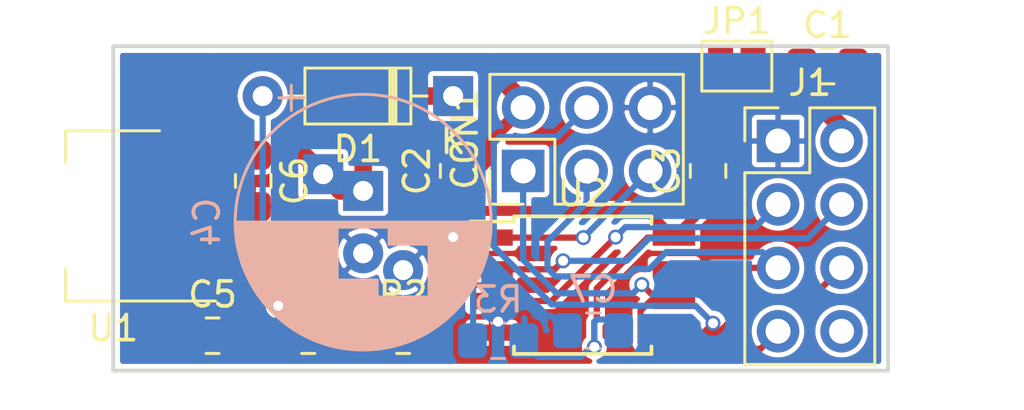
<source format=kicad_pcb>
(kicad_pcb (version 20171130) (host pcbnew "(5.1.2)-1")

  (general
    (thickness 1.6)
    (drawings 4)
    (tracks 137)
    (zones 0)
    (modules 16)
    (nets 12)
  )

  (page A4)
  (layers
    (0 F.Cu signal)
    (31 B.Cu signal)
    (32 B.Adhes user)
    (33 F.Adhes user)
    (34 B.Paste user)
    (35 F.Paste user)
    (36 B.SilkS user)
    (37 F.SilkS user)
    (38 B.Mask user)
    (39 F.Mask user)
    (40 Dwgs.User user)
    (41 Cmts.User user)
    (42 Eco1.User user)
    (43 Eco2.User user)
    (44 Edge.Cuts user)
    (45 Margin user)
    (46 B.CrtYd user)
    (47 F.CrtYd user)
    (48 B.Fab user)
    (49 F.Fab user)
  )

  (setup
    (last_trace_width 0.25)
    (user_trace_width 0.4)
    (user_trace_width 0.5)
    (user_trace_width 0.7)
    (user_trace_width 0.9)
    (user_trace_width 1)
    (user_trace_width 1.2)
    (trace_clearance 0.2)
    (zone_clearance 0.508)
    (zone_45_only no)
    (trace_min 0.2)
    (via_size 0.6)
    (via_drill 0.4)
    (via_min_size 0.4)
    (via_min_drill 0.3)
    (uvia_size 0.3)
    (uvia_drill 0.1)
    (uvias_allowed no)
    (uvia_min_size 0.2)
    (uvia_min_drill 0.1)
    (edge_width 0.15)
    (segment_width 0.2)
    (pcb_text_width 0.3)
    (pcb_text_size 1.5 1.5)
    (mod_edge_width 0.15)
    (mod_text_size 1 1)
    (mod_text_width 0.15)
    (pad_size 1.524 1.524)
    (pad_drill 0.762)
    (pad_to_mask_clearance 0.2)
    (aux_axis_origin 163 95)
    (visible_elements 7FFFFFFF)
    (pcbplotparams
      (layerselection 0x010f0_ffffffff)
      (usegerberextensions true)
      (usegerberattributes true)
      (usegerberadvancedattributes false)
      (creategerberjobfile false)
      (excludeedgelayer true)
      (linewidth 0.100000)
      (plotframeref false)
      (viasonmask false)
      (mode 1)
      (useauxorigin true)
      (hpglpennumber 1)
      (hpglpenspeed 20)
      (hpglpendiameter 15.000000)
      (psnegative false)
      (psa4output false)
      (plotreference false)
      (plotvalue false)
      (plotinvisibletext false)
      (padsonsilk false)
      (subtractmaskfromsilk false)
      (outputformat 1)
      (mirror false)
      (drillshape 0)
      (scaleselection 1)
      (outputdirectory "gerbers/"))
  )

  (net 0 "")
  (net 1 +3V3)
  (net 2 GND)
  (net 3 MISO)
  (net 4 MOSI)
  (net 5 SCK)
  (net 6 CS)
  (net 7 CE)
  (net 8 +5V)
  (net 9 RST)
  (net 10 IN)
  (net 11 "Net-(C1-Pad1)")

  (net_class Default "This is the default net class."
    (clearance 0.2)
    (trace_width 0.25)
    (via_dia 0.6)
    (via_drill 0.4)
    (uvia_dia 0.3)
    (uvia_drill 0.1)
    (add_net +3V3)
    (add_net +5V)
    (add_net CE)
    (add_net CS)
    (add_net GND)
    (add_net IN)
    (add_net MISO)
    (add_net MOSI)
    (add_net "Net-(C1-Pad1)")
    (add_net RST)
    (add_net SCK)
  )

  (module Package_TO_SOT_SMD:SOT-223-3_TabPin2 (layer F.Cu) (tedit 5D7001DE) (tstamp 5D707F7E)
    (at 132 101.8 180)
    (descr "module CMS SOT223 4 pins")
    (tags "CMS SOT")
    (path /5D704593)
    (attr smd)
    (fp_text reference U1 (at 0 -4.5 180) (layer F.SilkS)
      (effects (font (size 1 1) (thickness 0.15)))
    )
    (fp_text value AP1117-33 (at 0 4.5 180) (layer F.Fab)
      (effects (font (size 1 1) (thickness 0.15)))
    )
    (fp_text user %R (at 0 0 270) (layer F.Fab)
      (effects (font (size 0.8 0.8) (thickness 0.12)))
    )
    (fp_line (start 1.91 3.41) (end 1.91 2.15) (layer F.SilkS) (width 0.12))
    (fp_line (start 1.91 -3.41) (end 1.91 -2.15) (layer F.SilkS) (width 0.12))
    (fp_line (start 4.4 -3.6) (end -4.4 -3.6) (layer F.CrtYd) (width 0.05))
    (fp_line (start 4.4 3.6) (end 4.4 -3.6) (layer F.CrtYd) (width 0.05))
    (fp_line (start -4.4 3.6) (end 4.4 3.6) (layer F.CrtYd) (width 0.05))
    (fp_line (start -4.4 -3.6) (end -4.4 3.6) (layer F.CrtYd) (width 0.05))
    (fp_line (start -1.85 -2.35) (end -0.85 -3.35) (layer F.Fab) (width 0.1))
    (fp_line (start -1.85 -2.35) (end -1.85 3.35) (layer F.Fab) (width 0.1))
    (fp_line (start -1.85 3.41) (end 1.91 3.41) (layer F.SilkS) (width 0.12))
    (fp_line (start -0.85 -3.35) (end 1.85 -3.35) (layer F.Fab) (width 0.1))
    (fp_line (start -4.1 -3.41) (end 1.91 -3.41) (layer F.SilkS) (width 0.12))
    (fp_line (start -1.85 3.35) (end 1.85 3.35) (layer F.Fab) (width 0.1))
    (fp_line (start 1.85 -3.35) (end 1.85 3.35) (layer F.Fab) (width 0.1))
    (pad 2 smd rect (at -3.15 0 180) (size 2 1.5) (layers F.Cu F.Paste F.Mask)
      (net 1 +3V3))
    (pad 3 smd rect (at -3.15 2.3 180) (size 2 1.5) (layers F.Cu F.Paste F.Mask)
      (net 8 +5V))
    (pad 1 smd rect (at -3.15 -2.3 180) (size 2 1.5) (layers F.Cu F.Paste F.Mask)
      (net 2 GND))
    (model ${KISYS3DMOD}/Package_TO_SOT_SMD.3dshapes/SOT-223.wrl
      (at (xyz 0 0 0))
      (scale (xyz 1 1 1))
      (rotate (xyz 0 0 0))
    )
  )

  (module Capacitor_THT:CP_Radial_D10.0mm_P2.50mm_P5.00mm (layer B.Cu) (tedit 5AE50EF1) (tstamp 5D70539C)
    (at 142 100.8 270)
    (descr "CP, Radial series, Radial, pin pitch=2.50mm 5.00mm, , diameter=10mm, Electrolytic Capacitor")
    (tags "CP Radial series Radial pin pitch 2.50mm 5.00mm  diameter 10mm Electrolytic Capacitor")
    (path /5D7080A5)
    (fp_text reference C4 (at 1.25 6.25 270) (layer B.SilkS)
      (effects (font (size 1 1) (thickness 0.15)) (justify mirror))
    )
    (fp_text value CP_Small (at 1.25 -6.25 270) (layer B.Fab)
      (effects (font (size 1 1) (thickness 0.15)) (justify mirror))
    )
    (fp_circle (center 1.25 0) (end 6.25 0) (layer B.Fab) (width 0.1))
    (fp_circle (center 1.25 0) (end 6.37 0) (layer B.SilkS) (width 0.12))
    (fp_circle (center 1.25 0) (end 6.5 0) (layer B.CrtYd) (width 0.05))
    (fp_line (start -3.038861 2.1875) (end -2.038861 2.1875) (layer B.Fab) (width 0.1))
    (fp_line (start -2.538861 2.6875) (end -2.538861 1.6875) (layer B.Fab) (width 0.1))
    (fp_line (start 1.25 5.08) (end 1.25 -5.08) (layer B.SilkS) (width 0.12))
    (fp_line (start 1.29 5.08) (end 1.29 -5.08) (layer B.SilkS) (width 0.12))
    (fp_line (start 1.33 5.08) (end 1.33 -5.08) (layer B.SilkS) (width 0.12))
    (fp_line (start 1.37 5.079) (end 1.37 -5.079) (layer B.SilkS) (width 0.12))
    (fp_line (start 1.41 5.078) (end 1.41 -5.078) (layer B.SilkS) (width 0.12))
    (fp_line (start 1.45 5.077) (end 1.45 -5.077) (layer B.SilkS) (width 0.12))
    (fp_line (start 1.49 5.075) (end 1.49 1.04) (layer B.SilkS) (width 0.12))
    (fp_line (start 1.49 -1.04) (end 1.49 -5.075) (layer B.SilkS) (width 0.12))
    (fp_line (start 1.53 5.073) (end 1.53 1.04) (layer B.SilkS) (width 0.12))
    (fp_line (start 1.53 -1.04) (end 1.53 -5.073) (layer B.SilkS) (width 0.12))
    (fp_line (start 1.57 5.07) (end 1.57 1.04) (layer B.SilkS) (width 0.12))
    (fp_line (start 1.57 -1.04) (end 1.57 -5.07) (layer B.SilkS) (width 0.12))
    (fp_line (start 1.61 5.068) (end 1.61 1.04) (layer B.SilkS) (width 0.12))
    (fp_line (start 1.61 -1.04) (end 1.61 -5.068) (layer B.SilkS) (width 0.12))
    (fp_line (start 1.65 5.065) (end 1.65 1.04) (layer B.SilkS) (width 0.12))
    (fp_line (start 1.65 -1.04) (end 1.65 -5.065) (layer B.SilkS) (width 0.12))
    (fp_line (start 1.69 5.062) (end 1.69 1.04) (layer B.SilkS) (width 0.12))
    (fp_line (start 1.69 -1.04) (end 1.69 -5.062) (layer B.SilkS) (width 0.12))
    (fp_line (start 1.73 5.058) (end 1.73 1.04) (layer B.SilkS) (width 0.12))
    (fp_line (start 1.73 -1.04) (end 1.73 -5.058) (layer B.SilkS) (width 0.12))
    (fp_line (start 1.77 5.054) (end 1.77 1.04) (layer B.SilkS) (width 0.12))
    (fp_line (start 1.77 -1.04) (end 1.77 -5.054) (layer B.SilkS) (width 0.12))
    (fp_line (start 1.81 5.05) (end 1.81 1.04) (layer B.SilkS) (width 0.12))
    (fp_line (start 1.81 -1.04) (end 1.81 -5.05) (layer B.SilkS) (width 0.12))
    (fp_line (start 1.85 5.045) (end 1.85 1.04) (layer B.SilkS) (width 0.12))
    (fp_line (start 1.85 -1.04) (end 1.85 -5.045) (layer B.SilkS) (width 0.12))
    (fp_line (start 1.89 5.04) (end 1.89 1.04) (layer B.SilkS) (width 0.12))
    (fp_line (start 1.89 -1.04) (end 1.89 -5.04) (layer B.SilkS) (width 0.12))
    (fp_line (start 1.93 5.035) (end 1.93 1.04) (layer B.SilkS) (width 0.12))
    (fp_line (start 1.93 -1.04) (end 1.93 -5.035) (layer B.SilkS) (width 0.12))
    (fp_line (start 1.971 5.03) (end 1.971 1.04) (layer B.SilkS) (width 0.12))
    (fp_line (start 1.971 -1.04) (end 1.971 -5.03) (layer B.SilkS) (width 0.12))
    (fp_line (start 2.011 5.024) (end 2.011 1.04) (layer B.SilkS) (width 0.12))
    (fp_line (start 2.011 -1.04) (end 2.011 -5.024) (layer B.SilkS) (width 0.12))
    (fp_line (start 2.051 5.018) (end 2.051 1.04) (layer B.SilkS) (width 0.12))
    (fp_line (start 2.051 -1.04) (end 2.051 -5.018) (layer B.SilkS) (width 0.12))
    (fp_line (start 2.091 5.011) (end 2.091 1.04) (layer B.SilkS) (width 0.12))
    (fp_line (start 2.091 -1.04) (end 2.091 -5.011) (layer B.SilkS) (width 0.12))
    (fp_line (start 2.131 5.004) (end 2.131 1.04) (layer B.SilkS) (width 0.12))
    (fp_line (start 2.131 -1.04) (end 2.131 -5.004) (layer B.SilkS) (width 0.12))
    (fp_line (start 2.171 4.997) (end 2.171 1.04) (layer B.SilkS) (width 0.12))
    (fp_line (start 2.171 -2.64) (end 2.171 -4.997) (layer B.SilkS) (width 0.12))
    (fp_line (start 2.211 4.99) (end 2.211 1.04) (layer B.SilkS) (width 0.12))
    (fp_line (start 2.211 -2.64) (end 2.211 -4.99) (layer B.SilkS) (width 0.12))
    (fp_line (start 2.251 4.982) (end 2.251 1.04) (layer B.SilkS) (width 0.12))
    (fp_line (start 2.251 -2.64) (end 2.251 -4.982) (layer B.SilkS) (width 0.12))
    (fp_line (start 2.291 4.974) (end 2.291 1.04) (layer B.SilkS) (width 0.12))
    (fp_line (start 2.291 -2.64) (end 2.291 -4.974) (layer B.SilkS) (width 0.12))
    (fp_line (start 2.331 4.965) (end 2.331 1.04) (layer B.SilkS) (width 0.12))
    (fp_line (start 2.331 -2.64) (end 2.331 -4.965) (layer B.SilkS) (width 0.12))
    (fp_line (start 2.371 4.956) (end 2.371 1.04) (layer B.SilkS) (width 0.12))
    (fp_line (start 2.371 -2.64) (end 2.371 -4.956) (layer B.SilkS) (width 0.12))
    (fp_line (start 2.411 4.947) (end 2.411 1.04) (layer B.SilkS) (width 0.12))
    (fp_line (start 2.411 -2.64) (end 2.411 -4.947) (layer B.SilkS) (width 0.12))
    (fp_line (start 2.451 4.938) (end 2.451 1.04) (layer B.SilkS) (width 0.12))
    (fp_line (start 2.451 -2.64) (end 2.451 -4.938) (layer B.SilkS) (width 0.12))
    (fp_line (start 2.491 4.928) (end 2.491 1.04) (layer B.SilkS) (width 0.12))
    (fp_line (start 2.491 -2.64) (end 2.491 -4.928) (layer B.SilkS) (width 0.12))
    (fp_line (start 2.531 4.918) (end 2.531 1.04) (layer B.SilkS) (width 0.12))
    (fp_line (start 2.531 -2.64) (end 2.531 -4.918) (layer B.SilkS) (width 0.12))
    (fp_line (start 2.571 4.907) (end 2.571 1.04) (layer B.SilkS) (width 0.12))
    (fp_line (start 2.571 -2.64) (end 2.571 -4.907) (layer B.SilkS) (width 0.12))
    (fp_line (start 2.611 4.897) (end 2.611 1.04) (layer B.SilkS) (width 0.12))
    (fp_line (start 2.611 -2.64) (end 2.611 -4.897) (layer B.SilkS) (width 0.12))
    (fp_line (start 2.651 4.885) (end 2.651 1.04) (layer B.SilkS) (width 0.12))
    (fp_line (start 2.651 -2.64) (end 2.651 -4.885) (layer B.SilkS) (width 0.12))
    (fp_line (start 2.691 4.874) (end 2.691 1.04) (layer B.SilkS) (width 0.12))
    (fp_line (start 2.691 -2.64) (end 2.691 -4.874) (layer B.SilkS) (width 0.12))
    (fp_line (start 2.731 4.862) (end 2.731 1.04) (layer B.SilkS) (width 0.12))
    (fp_line (start 2.731 -2.64) (end 2.731 -4.862) (layer B.SilkS) (width 0.12))
    (fp_line (start 2.771 4.85) (end 2.771 1.04) (layer B.SilkS) (width 0.12))
    (fp_line (start 2.771 -2.64) (end 2.771 -4.85) (layer B.SilkS) (width 0.12))
    (fp_line (start 2.811 4.837) (end 2.811 1.04) (layer B.SilkS) (width 0.12))
    (fp_line (start 2.811 -2.64) (end 2.811 -4.837) (layer B.SilkS) (width 0.12))
    (fp_line (start 2.851 4.824) (end 2.851 1.04) (layer B.SilkS) (width 0.12))
    (fp_line (start 2.851 -2.64) (end 2.851 -4.824) (layer B.SilkS) (width 0.12))
    (fp_line (start 2.891 4.811) (end 2.891 1.04) (layer B.SilkS) (width 0.12))
    (fp_line (start 2.891 -2.64) (end 2.891 -4.811) (layer B.SilkS) (width 0.12))
    (fp_line (start 2.931 4.797) (end 2.931 1.04) (layer B.SilkS) (width 0.12))
    (fp_line (start 2.931 -2.64) (end 2.931 -4.797) (layer B.SilkS) (width 0.12))
    (fp_line (start 2.971 4.783) (end 2.971 1.04) (layer B.SilkS) (width 0.12))
    (fp_line (start 2.971 -2.64) (end 2.971 -4.783) (layer B.SilkS) (width 0.12))
    (fp_line (start 3.011 4.768) (end 3.011 1.04) (layer B.SilkS) (width 0.12))
    (fp_line (start 3.011 -2.64) (end 3.011 -4.768) (layer B.SilkS) (width 0.12))
    (fp_line (start 3.051 4.754) (end 3.051 1.04) (layer B.SilkS) (width 0.12))
    (fp_line (start 3.051 -2.64) (end 3.051 -4.754) (layer B.SilkS) (width 0.12))
    (fp_line (start 3.091 4.738) (end 3.091 1.04) (layer B.SilkS) (width 0.12))
    (fp_line (start 3.091 -2.64) (end 3.091 -4.738) (layer B.SilkS) (width 0.12))
    (fp_line (start 3.131 4.723) (end 3.131 1.04) (layer B.SilkS) (width 0.12))
    (fp_line (start 3.131 -2.64) (end 3.131 -4.723) (layer B.SilkS) (width 0.12))
    (fp_line (start 3.171 4.707) (end 3.171 1.04) (layer B.SilkS) (width 0.12))
    (fp_line (start 3.171 -2.64) (end 3.171 -4.707) (layer B.SilkS) (width 0.12))
    (fp_line (start 3.211 4.69) (end 3.211 1.04) (layer B.SilkS) (width 0.12))
    (fp_line (start 3.211 -2.64) (end 3.211 -4.69) (layer B.SilkS) (width 0.12))
    (fp_line (start 3.251 4.674) (end 3.251 1.04) (layer B.SilkS) (width 0.12))
    (fp_line (start 3.251 -2.64) (end 3.251 -4.674) (layer B.SilkS) (width 0.12))
    (fp_line (start 3.291 4.657) (end 3.291 1.04) (layer B.SilkS) (width 0.12))
    (fp_line (start 3.291 -2.64) (end 3.291 -4.657) (layer B.SilkS) (width 0.12))
    (fp_line (start 3.331 4.639) (end 3.331 1.04) (layer B.SilkS) (width 0.12))
    (fp_line (start 3.331 -2.64) (end 3.331 -4.639) (layer B.SilkS) (width 0.12))
    (fp_line (start 3.371 4.621) (end 3.371 1.04) (layer B.SilkS) (width 0.12))
    (fp_line (start 3.371 -2.64) (end 3.371 -4.621) (layer B.SilkS) (width 0.12))
    (fp_line (start 3.411 4.603) (end 3.411 1.04) (layer B.SilkS) (width 0.12))
    (fp_line (start 3.411 -2.64) (end 3.411 -4.603) (layer B.SilkS) (width 0.12))
    (fp_line (start 3.451 4.584) (end 3.451 1.04) (layer B.SilkS) (width 0.12))
    (fp_line (start 3.451 -2.64) (end 3.451 -4.584) (layer B.SilkS) (width 0.12))
    (fp_line (start 3.491 4.564) (end 3.491 1.04) (layer B.SilkS) (width 0.12))
    (fp_line (start 3.491 -2.64) (end 3.491 -4.564) (layer B.SilkS) (width 0.12))
    (fp_line (start 3.531 4.545) (end 3.531 1.04) (layer B.SilkS) (width 0.12))
    (fp_line (start 3.531 -2.64) (end 3.531 -4.545) (layer B.SilkS) (width 0.12))
    (fp_line (start 3.571 4.525) (end 3.571 -0.56) (layer B.SilkS) (width 0.12))
    (fp_line (start 3.571 -2.64) (end 3.571 -4.525) (layer B.SilkS) (width 0.12))
    (fp_line (start 3.611 4.504) (end 3.611 -0.56) (layer B.SilkS) (width 0.12))
    (fp_line (start 3.611 -2.64) (end 3.611 -4.504) (layer B.SilkS) (width 0.12))
    (fp_line (start 3.651 4.483) (end 3.651 -0.56) (layer B.SilkS) (width 0.12))
    (fp_line (start 3.651 -2.64) (end 3.651 -4.483) (layer B.SilkS) (width 0.12))
    (fp_line (start 3.691 4.462) (end 3.691 -0.56) (layer B.SilkS) (width 0.12))
    (fp_line (start 3.691 -2.64) (end 3.691 -4.462) (layer B.SilkS) (width 0.12))
    (fp_line (start 3.731 4.44) (end 3.731 -0.56) (layer B.SilkS) (width 0.12))
    (fp_line (start 3.731 -2.64) (end 3.731 -4.44) (layer B.SilkS) (width 0.12))
    (fp_line (start 3.771 4.417) (end 3.771 -0.56) (layer B.SilkS) (width 0.12))
    (fp_line (start 3.771 -2.64) (end 3.771 -4.417) (layer B.SilkS) (width 0.12))
    (fp_line (start 3.811 4.395) (end 3.811 -0.56) (layer B.SilkS) (width 0.12))
    (fp_line (start 3.811 -2.64) (end 3.811 -4.395) (layer B.SilkS) (width 0.12))
    (fp_line (start 3.851 4.371) (end 3.851 -0.56) (layer B.SilkS) (width 0.12))
    (fp_line (start 3.851 -2.64) (end 3.851 -4.371) (layer B.SilkS) (width 0.12))
    (fp_line (start 3.891 4.347) (end 3.891 -0.56) (layer B.SilkS) (width 0.12))
    (fp_line (start 3.891 -2.64) (end 3.891 -4.347) (layer B.SilkS) (width 0.12))
    (fp_line (start 3.931 4.323) (end 3.931 -0.56) (layer B.SilkS) (width 0.12))
    (fp_line (start 3.931 -2.64) (end 3.931 -4.323) (layer B.SilkS) (width 0.12))
    (fp_line (start 3.971 4.298) (end 3.971 -0.56) (layer B.SilkS) (width 0.12))
    (fp_line (start 3.971 -2.64) (end 3.971 -4.298) (layer B.SilkS) (width 0.12))
    (fp_line (start 4.011 4.273) (end 4.011 -0.56) (layer B.SilkS) (width 0.12))
    (fp_line (start 4.011 -2.64) (end 4.011 -4.273) (layer B.SilkS) (width 0.12))
    (fp_line (start 4.051 4.247) (end 4.051 -0.56) (layer B.SilkS) (width 0.12))
    (fp_line (start 4.051 -2.64) (end 4.051 -4.247) (layer B.SilkS) (width 0.12))
    (fp_line (start 4.091 4.221) (end 4.091 -0.56) (layer B.SilkS) (width 0.12))
    (fp_line (start 4.091 -2.64) (end 4.091 -4.221) (layer B.SilkS) (width 0.12))
    (fp_line (start 4.131 4.194) (end 4.131 -0.56) (layer B.SilkS) (width 0.12))
    (fp_line (start 4.131 -2.64) (end 4.131 -4.194) (layer B.SilkS) (width 0.12))
    (fp_line (start 4.171 4.166) (end 4.171 -0.56) (layer B.SilkS) (width 0.12))
    (fp_line (start 4.171 -2.64) (end 4.171 -4.166) (layer B.SilkS) (width 0.12))
    (fp_line (start 4.211 4.138) (end 4.211 -0.56) (layer B.SilkS) (width 0.12))
    (fp_line (start 4.211 -2.64) (end 4.211 -4.138) (layer B.SilkS) (width 0.12))
    (fp_line (start 4.251 4.11) (end 4.251 -4.11) (layer B.SilkS) (width 0.12))
    (fp_line (start 4.291 4.08) (end 4.291 -4.08) (layer B.SilkS) (width 0.12))
    (fp_line (start 4.331 4.05) (end 4.331 -4.05) (layer B.SilkS) (width 0.12))
    (fp_line (start 4.371 4.02) (end 4.371 -4.02) (layer B.SilkS) (width 0.12))
    (fp_line (start 4.411 3.989) (end 4.411 -3.989) (layer B.SilkS) (width 0.12))
    (fp_line (start 4.451 3.957) (end 4.451 -3.957) (layer B.SilkS) (width 0.12))
    (fp_line (start 4.491 3.925) (end 4.491 -3.925) (layer B.SilkS) (width 0.12))
    (fp_line (start 4.531 3.892) (end 4.531 -3.892) (layer B.SilkS) (width 0.12))
    (fp_line (start 4.571 3.858) (end 4.571 -3.858) (layer B.SilkS) (width 0.12))
    (fp_line (start 4.611 3.824) (end 4.611 -3.824) (layer B.SilkS) (width 0.12))
    (fp_line (start 4.651 3.789) (end 4.651 -3.789) (layer B.SilkS) (width 0.12))
    (fp_line (start 4.691 3.753) (end 4.691 -3.753) (layer B.SilkS) (width 0.12))
    (fp_line (start 4.731 3.716) (end 4.731 -3.716) (layer B.SilkS) (width 0.12))
    (fp_line (start 4.771 3.679) (end 4.771 -3.679) (layer B.SilkS) (width 0.12))
    (fp_line (start 4.811 3.64) (end 4.811 -3.64) (layer B.SilkS) (width 0.12))
    (fp_line (start 4.851 3.601) (end 4.851 -3.601) (layer B.SilkS) (width 0.12))
    (fp_line (start 4.891 3.561) (end 4.891 -3.561) (layer B.SilkS) (width 0.12))
    (fp_line (start 4.931 3.52) (end 4.931 -3.52) (layer B.SilkS) (width 0.12))
    (fp_line (start 4.971 3.478) (end 4.971 -3.478) (layer B.SilkS) (width 0.12))
    (fp_line (start 5.011 3.436) (end 5.011 -3.436) (layer B.SilkS) (width 0.12))
    (fp_line (start 5.051 3.392) (end 5.051 -3.392) (layer B.SilkS) (width 0.12))
    (fp_line (start 5.091 3.347) (end 5.091 -3.347) (layer B.SilkS) (width 0.12))
    (fp_line (start 5.131 3.301) (end 5.131 -3.301) (layer B.SilkS) (width 0.12))
    (fp_line (start 5.171 3.254) (end 5.171 -3.254) (layer B.SilkS) (width 0.12))
    (fp_line (start 5.211 3.206) (end 5.211 -3.206) (layer B.SilkS) (width 0.12))
    (fp_line (start 5.251 3.156) (end 5.251 -3.156) (layer B.SilkS) (width 0.12))
    (fp_line (start 5.291 3.106) (end 5.291 -3.106) (layer B.SilkS) (width 0.12))
    (fp_line (start 5.331 3.054) (end 5.331 -3.054) (layer B.SilkS) (width 0.12))
    (fp_line (start 5.371 3) (end 5.371 -3) (layer B.SilkS) (width 0.12))
    (fp_line (start 5.411 2.945) (end 5.411 -2.945) (layer B.SilkS) (width 0.12))
    (fp_line (start 5.451 2.889) (end 5.451 -2.889) (layer B.SilkS) (width 0.12))
    (fp_line (start 5.491 2.83) (end 5.491 -2.83) (layer B.SilkS) (width 0.12))
    (fp_line (start 5.531 2.77) (end 5.531 -2.77) (layer B.SilkS) (width 0.12))
    (fp_line (start 5.571 2.709) (end 5.571 -2.709) (layer B.SilkS) (width 0.12))
    (fp_line (start 5.611 2.645) (end 5.611 -2.645) (layer B.SilkS) (width 0.12))
    (fp_line (start 5.651 2.579) (end 5.651 -2.579) (layer B.SilkS) (width 0.12))
    (fp_line (start 5.691 2.51) (end 5.691 -2.51) (layer B.SilkS) (width 0.12))
    (fp_line (start 5.731 2.439) (end 5.731 -2.439) (layer B.SilkS) (width 0.12))
    (fp_line (start 5.771 2.365) (end 5.771 -2.365) (layer B.SilkS) (width 0.12))
    (fp_line (start 5.811 2.289) (end 5.811 -2.289) (layer B.SilkS) (width 0.12))
    (fp_line (start 5.851 2.209) (end 5.851 -2.209) (layer B.SilkS) (width 0.12))
    (fp_line (start 5.891 2.125) (end 5.891 -2.125) (layer B.SilkS) (width 0.12))
    (fp_line (start 5.931 2.037) (end 5.931 -2.037) (layer B.SilkS) (width 0.12))
    (fp_line (start 5.971 1.944) (end 5.971 -1.944) (layer B.SilkS) (width 0.12))
    (fp_line (start 6.011 1.846) (end 6.011 -1.846) (layer B.SilkS) (width 0.12))
    (fp_line (start 6.051 1.742) (end 6.051 -1.742) (layer B.SilkS) (width 0.12))
    (fp_line (start 6.091 1.63) (end 6.091 -1.63) (layer B.SilkS) (width 0.12))
    (fp_line (start 6.131 1.51) (end 6.131 -1.51) (layer B.SilkS) (width 0.12))
    (fp_line (start 6.171 1.378) (end 6.171 -1.378) (layer B.SilkS) (width 0.12))
    (fp_line (start 6.211 1.23) (end 6.211 -1.23) (layer B.SilkS) (width 0.12))
    (fp_line (start 6.251 1.062) (end 6.251 -1.062) (layer B.SilkS) (width 0.12))
    (fp_line (start 6.291 0.862) (end 6.291 -0.862) (layer B.SilkS) (width 0.12))
    (fp_line (start 6.331 0.599) (end 6.331 -0.599) (layer B.SilkS) (width 0.12))
    (fp_line (start -4.229646 2.875) (end -3.229646 2.875) (layer B.SilkS) (width 0.12))
    (fp_line (start -3.729646 3.375) (end -3.729646 2.375) (layer B.SilkS) (width 0.12))
    (fp_text user %R (at 1.25 0 270) (layer B.Fab)
      (effects (font (size 1 1) (thickness 0.15)) (justify mirror))
    )
    (pad 1 thru_hole rect (at 0 0 270) (size 1.6 1.6) (drill 0.8) (layers *.Cu *.Mask)
      (net 8 +5V))
    (pad 2 thru_hole circle (at 2.5 0 270) (size 1.6 1.6) (drill 0.8) (layers *.Cu *.Mask)
      (net 2 GND))
    (pad 1 thru_hole rect (at -0.670937 1.6 270) (size 1.6 1.6) (drill 0.8) (layers *.Cu *.Mask)
      (net 8 +5V))
    (pad 2 thru_hole circle (at 3.170937 -1.6 270) (size 1.6 1.6) (drill 0.8) (layers *.Cu *.Mask)
      (net 2 GND))
    (model ${KISYS3DMOD}/Capacitor_THT.3dshapes/CP_Radial_D10.0mm_P2.50mm_P5.00mm.wrl
      (at (xyz 0 0 0))
      (scale (xyz 1 1 1))
      (rotate (xyz 0 0 0))
    )
  )

  (module Connector_PinHeader_2.54mm:PinHeader_2x03_P2.54mm_Vertical (layer F.Cu) (tedit 59FED5CC) (tstamp 5D7053B8)
    (at 148.4 100 90)
    (descr "Through hole straight pin header, 2x03, 2.54mm pitch, double rows")
    (tags "Through hole pin header THT 2x03 2.54mm double row")
    (path /5D71386B)
    (fp_text reference CON1 (at 1.27 -2.33 90) (layer F.SilkS)
      (effects (font (size 1 1) (thickness 0.15)))
    )
    (fp_text value AVR-ISP-6 (at 1.27 7.41 90) (layer F.Fab)
      (effects (font (size 1 1) (thickness 0.15)))
    )
    (fp_line (start 0 -1.27) (end 3.81 -1.27) (layer F.Fab) (width 0.1))
    (fp_line (start 3.81 -1.27) (end 3.81 6.35) (layer F.Fab) (width 0.1))
    (fp_line (start 3.81 6.35) (end -1.27 6.35) (layer F.Fab) (width 0.1))
    (fp_line (start -1.27 6.35) (end -1.27 0) (layer F.Fab) (width 0.1))
    (fp_line (start -1.27 0) (end 0 -1.27) (layer F.Fab) (width 0.1))
    (fp_line (start -1.33 6.41) (end 3.87 6.41) (layer F.SilkS) (width 0.12))
    (fp_line (start -1.33 1.27) (end -1.33 6.41) (layer F.SilkS) (width 0.12))
    (fp_line (start 3.87 -1.33) (end 3.87 6.41) (layer F.SilkS) (width 0.12))
    (fp_line (start -1.33 1.27) (end 1.27 1.27) (layer F.SilkS) (width 0.12))
    (fp_line (start 1.27 1.27) (end 1.27 -1.33) (layer F.SilkS) (width 0.12))
    (fp_line (start 1.27 -1.33) (end 3.87 -1.33) (layer F.SilkS) (width 0.12))
    (fp_line (start -1.33 0) (end -1.33 -1.33) (layer F.SilkS) (width 0.12))
    (fp_line (start -1.33 -1.33) (end 0 -1.33) (layer F.SilkS) (width 0.12))
    (fp_line (start -1.8 -1.8) (end -1.8 6.85) (layer F.CrtYd) (width 0.05))
    (fp_line (start -1.8 6.85) (end 4.35 6.85) (layer F.CrtYd) (width 0.05))
    (fp_line (start 4.35 6.85) (end 4.35 -1.8) (layer F.CrtYd) (width 0.05))
    (fp_line (start 4.35 -1.8) (end -1.8 -1.8) (layer F.CrtYd) (width 0.05))
    (fp_text user %R (at 1.27 2.54) (layer F.Fab)
      (effects (font (size 1 1) (thickness 0.15)))
    )
    (pad 1 thru_hole rect (at 0 0 90) (size 1.7 1.7) (drill 1) (layers *.Cu *.Mask)
      (net 3 MISO))
    (pad 2 thru_hole oval (at 2.54 0 90) (size 1.7 1.7) (drill 1) (layers *.Cu *.Mask)
      (net 1 +3V3))
    (pad 3 thru_hole oval (at 0 2.54 90) (size 1.7 1.7) (drill 1) (layers *.Cu *.Mask)
      (net 5 SCK))
    (pad 4 thru_hole oval (at 2.54 2.54 90) (size 1.7 1.7) (drill 1) (layers *.Cu *.Mask)
      (net 4 MOSI))
    (pad 5 thru_hole oval (at 0 5.08 90) (size 1.7 1.7) (drill 1) (layers *.Cu *.Mask)
      (net 9 RST))
    (pad 6 thru_hole oval (at 2.54 5.08 90) (size 1.7 1.7) (drill 1) (layers *.Cu *.Mask)
      (net 2 GND))
    (model ${KISYS3DMOD}/Connector_PinHeader_2.54mm.3dshapes/PinHeader_2x03_P2.54mm_Vertical.wrl
      (at (xyz 0 0 0))
      (scale (xyz 1 1 1))
      (rotate (xyz 0 0 0))
    )
  )

  (module Diode_THT:D_DO-35_SOD27_P7.62mm_Horizontal (layer F.Cu) (tedit 5AE50CD5) (tstamp 5D7053D7)
    (at 145.6 97 180)
    (descr "Diode, DO-35_SOD27 series, Axial, Horizontal, pin pitch=7.62mm, , length*diameter=4*2mm^2, , http://www.diodes.com/_files/packages/DO-35.pdf")
    (tags "Diode DO-35_SOD27 series Axial Horizontal pin pitch 7.62mm  length 4mm diameter 2mm")
    (path /5D708836)
    (fp_text reference D1 (at 3.81 -2.12) (layer F.SilkS)
      (effects (font (size 1 1) (thickness 0.15)))
    )
    (fp_text value 1N4148 (at 3.81 2.12) (layer F.Fab)
      (effects (font (size 1 1) (thickness 0.15)))
    )
    (fp_line (start 1.81 -1) (end 1.81 1) (layer F.Fab) (width 0.1))
    (fp_line (start 1.81 1) (end 5.81 1) (layer F.Fab) (width 0.1))
    (fp_line (start 5.81 1) (end 5.81 -1) (layer F.Fab) (width 0.1))
    (fp_line (start 5.81 -1) (end 1.81 -1) (layer F.Fab) (width 0.1))
    (fp_line (start 0 0) (end 1.81 0) (layer F.Fab) (width 0.1))
    (fp_line (start 7.62 0) (end 5.81 0) (layer F.Fab) (width 0.1))
    (fp_line (start 2.41 -1) (end 2.41 1) (layer F.Fab) (width 0.1))
    (fp_line (start 2.51 -1) (end 2.51 1) (layer F.Fab) (width 0.1))
    (fp_line (start 2.31 -1) (end 2.31 1) (layer F.Fab) (width 0.1))
    (fp_line (start 1.69 -1.12) (end 1.69 1.12) (layer F.SilkS) (width 0.12))
    (fp_line (start 1.69 1.12) (end 5.93 1.12) (layer F.SilkS) (width 0.12))
    (fp_line (start 5.93 1.12) (end 5.93 -1.12) (layer F.SilkS) (width 0.12))
    (fp_line (start 5.93 -1.12) (end 1.69 -1.12) (layer F.SilkS) (width 0.12))
    (fp_line (start 1.04 0) (end 1.69 0) (layer F.SilkS) (width 0.12))
    (fp_line (start 6.58 0) (end 5.93 0) (layer F.SilkS) (width 0.12))
    (fp_line (start 2.41 -1.12) (end 2.41 1.12) (layer F.SilkS) (width 0.12))
    (fp_line (start 2.53 -1.12) (end 2.53 1.12) (layer F.SilkS) (width 0.12))
    (fp_line (start 2.29 -1.12) (end 2.29 1.12) (layer F.SilkS) (width 0.12))
    (fp_line (start -1.05 -1.25) (end -1.05 1.25) (layer F.CrtYd) (width 0.05))
    (fp_line (start -1.05 1.25) (end 8.67 1.25) (layer F.CrtYd) (width 0.05))
    (fp_line (start 8.67 1.25) (end 8.67 -1.25) (layer F.CrtYd) (width 0.05))
    (fp_line (start 8.67 -1.25) (end -1.05 -1.25) (layer F.CrtYd) (width 0.05))
    (fp_text user %R (at 4.11 0) (layer F.Fab)
      (effects (font (size 0.8 0.8) (thickness 0.12)))
    )
    (fp_text user K (at 0 -1.8) (layer F.Fab)
      (effects (font (size 1 1) (thickness 0.15)))
    )
    (fp_text user K (at 0 -1.8) (layer F.SilkS)
      (effects (font (size 1 1) (thickness 0.15)))
    )
    (pad 1 thru_hole rect (at 0 0 180) (size 1.6 1.6) (drill 0.8) (layers *.Cu *.Mask)
      (net 8 +5V))
    (pad 2 thru_hole oval (at 7.62 0 180) (size 1.6 1.6) (drill 0.8) (layers *.Cu *.Mask)
      (net 10 IN))
    (model ${KISYS3DMOD}/Diode_THT.3dshapes/D_DO-35_SOD27_P7.62mm_Horizontal.wrl
      (at (xyz 0 0 0))
      (scale (xyz 1 1 1))
      (rotate (xyz 0 0 0))
    )
  )

  (module Jumper:SolderJumper-2_P1.3mm_Open_Pad1.0x1.5mm (layer F.Cu) (tedit 5A3EABFC) (tstamp 5D7053E5)
    (at 156.95 95.8)
    (descr "SMD Solder Jumper, 1x1.5mm Pads, 0.3mm gap, open")
    (tags "solder jumper open")
    (path /5D719FF5)
    (attr virtual)
    (fp_text reference JP1 (at 0 -1.8) (layer F.SilkS)
      (effects (font (size 1 1) (thickness 0.15)))
    )
    (fp_text value Jumper (at 0 1.9) (layer F.Fab)
      (effects (font (size 1 1) (thickness 0.15)))
    )
    (fp_line (start -1.4 1) (end -1.4 -1) (layer F.SilkS) (width 0.12))
    (fp_line (start 1.4 1) (end -1.4 1) (layer F.SilkS) (width 0.12))
    (fp_line (start 1.4 -1) (end 1.4 1) (layer F.SilkS) (width 0.12))
    (fp_line (start -1.4 -1) (end 1.4 -1) (layer F.SilkS) (width 0.12))
    (fp_line (start -1.65 -1.25) (end 1.65 -1.25) (layer F.CrtYd) (width 0.05))
    (fp_line (start -1.65 -1.25) (end -1.65 1.25) (layer F.CrtYd) (width 0.05))
    (fp_line (start 1.65 1.25) (end 1.65 -1.25) (layer F.CrtYd) (width 0.05))
    (fp_line (start 1.65 1.25) (end -1.65 1.25) (layer F.CrtYd) (width 0.05))
    (pad 2 smd rect (at 0.65 0) (size 1 1.5) (layers F.Cu F.Mask)
      (net 11 "Net-(C1-Pad1)"))
    (pad 1 smd rect (at -0.65 0) (size 1 1.5) (layers F.Cu F.Mask)
      (net 1 +3V3))
  )

  (module Package_SO:SOIJ-8_5.3x5.3mm_P1.27mm (layer F.Cu) (tedit 5A02F2D3) (tstamp 5D705445)
    (at 150.785001 104.575001)
    (descr "8-Lead Plastic Small Outline (SM) - Medium, 5.28 mm Body [SOIC] (see Microchip Packaging Specification 00000049BS.pdf)")
    (tags "SOIC 1.27")
    (path /5D7004A7)
    (attr smd)
    (fp_text reference U2 (at 0 -3.68) (layer F.SilkS)
      (effects (font (size 1 1) (thickness 0.15)))
    )
    (fp_text value ATtiny85-20SU (at 0 3.68) (layer F.Fab)
      (effects (font (size 1 1) (thickness 0.15)))
    )
    (fp_text user %R (at 0 0) (layer F.Fab)
      (effects (font (size 1 1) (thickness 0.15)))
    )
    (fp_line (start -1.65 -2.65) (end 2.65 -2.65) (layer F.Fab) (width 0.15))
    (fp_line (start 2.65 -2.65) (end 2.65 2.65) (layer F.Fab) (width 0.15))
    (fp_line (start 2.65 2.65) (end -2.65 2.65) (layer F.Fab) (width 0.15))
    (fp_line (start -2.65 2.65) (end -2.65 -1.65) (layer F.Fab) (width 0.15))
    (fp_line (start -2.65 -1.65) (end -1.65 -2.65) (layer F.Fab) (width 0.15))
    (fp_line (start -4.75 -2.95) (end -4.75 2.95) (layer F.CrtYd) (width 0.05))
    (fp_line (start 4.75 -2.95) (end 4.75 2.95) (layer F.CrtYd) (width 0.05))
    (fp_line (start -4.75 -2.95) (end 4.75 -2.95) (layer F.CrtYd) (width 0.05))
    (fp_line (start -4.75 2.95) (end 4.75 2.95) (layer F.CrtYd) (width 0.05))
    (fp_line (start -2.75 -2.755) (end -2.75 -2.55) (layer F.SilkS) (width 0.15))
    (fp_line (start 2.75 -2.755) (end 2.75 -2.455) (layer F.SilkS) (width 0.15))
    (fp_line (start 2.75 2.755) (end 2.75 2.455) (layer F.SilkS) (width 0.15))
    (fp_line (start -2.75 2.755) (end -2.75 2.455) (layer F.SilkS) (width 0.15))
    (fp_line (start -2.75 -2.755) (end 2.75 -2.755) (layer F.SilkS) (width 0.15))
    (fp_line (start -2.75 2.755) (end 2.75 2.755) (layer F.SilkS) (width 0.15))
    (fp_line (start -2.75 -2.55) (end -4.5 -2.55) (layer F.SilkS) (width 0.15))
    (pad 1 smd rect (at -3.65 -1.905) (size 1.7 0.65) (layers F.Cu F.Paste F.Mask)
      (net 9 RST))
    (pad 2 smd rect (at -3.65 -0.635) (size 1.7 0.65) (layers F.Cu F.Paste F.Mask)
      (net 6 CS))
    (pad 3 smd rect (at -3.65 0.635) (size 1.7 0.65) (layers F.Cu F.Paste F.Mask)
      (net 7 CE))
    (pad 4 smd rect (at -3.65 1.905) (size 1.7 0.65) (layers F.Cu F.Paste F.Mask)
      (net 2 GND))
    (pad 5 smd rect (at 3.65 1.905) (size 1.7 0.65) (layers F.Cu F.Paste F.Mask)
      (net 4 MOSI))
    (pad 6 smd rect (at 3.65 0.635) (size 1.7 0.65) (layers F.Cu F.Paste F.Mask)
      (net 3 MISO))
    (pad 7 smd rect (at 3.65 -0.635) (size 1.7 0.65) (layers F.Cu F.Paste F.Mask)
      (net 5 SCK))
    (pad 8 smd rect (at 3.65 -1.905) (size 1.7 0.65) (layers F.Cu F.Paste F.Mask)
      (net 1 +3V3))
    (model ${KISYS3DMOD}/Package_SO.3dshapes/SOIJ-8_5.3x5.3mm_P1.27mm.wrl
      (at (xyz 0 0 0))
      (scale (xyz 1 1 1))
      (rotate (xyz 0 0 0))
    )
  )

  (module Capacitor_SMD:C_0805_2012Metric_Pad1.15x1.40mm_HandSolder (layer F.Cu) (tedit 5B36C52B) (tstamp 5D706759)
    (at 160.575 95.8)
    (descr "Capacitor SMD 0805 (2012 Metric), square (rectangular) end terminal, IPC_7351 nominal with elongated pad for handsoldering. (Body size source: https://docs.google.com/spreadsheets/d/1BsfQQcO9C6DZCsRaXUlFlo91Tg2WpOkGARC1WS5S8t0/edit?usp=sharing), generated with kicad-footprint-generator")
    (tags "capacitor handsolder")
    (path /59A35F69)
    (attr smd)
    (fp_text reference C1 (at 0 -1.65) (layer F.SilkS)
      (effects (font (size 1 1) (thickness 0.15)))
    )
    (fp_text value C_Small (at 0 1.65) (layer F.Fab)
      (effects (font (size 1 1) (thickness 0.15)))
    )
    (fp_line (start -1 0.6) (end -1 -0.6) (layer F.Fab) (width 0.1))
    (fp_line (start -1 -0.6) (end 1 -0.6) (layer F.Fab) (width 0.1))
    (fp_line (start 1 -0.6) (end 1 0.6) (layer F.Fab) (width 0.1))
    (fp_line (start 1 0.6) (end -1 0.6) (layer F.Fab) (width 0.1))
    (fp_line (start -0.261252 -0.71) (end 0.261252 -0.71) (layer F.SilkS) (width 0.12))
    (fp_line (start -0.261252 0.71) (end 0.261252 0.71) (layer F.SilkS) (width 0.12))
    (fp_line (start -1.85 0.95) (end -1.85 -0.95) (layer F.CrtYd) (width 0.05))
    (fp_line (start -1.85 -0.95) (end 1.85 -0.95) (layer F.CrtYd) (width 0.05))
    (fp_line (start 1.85 -0.95) (end 1.85 0.95) (layer F.CrtYd) (width 0.05))
    (fp_line (start 1.85 0.95) (end -1.85 0.95) (layer F.CrtYd) (width 0.05))
    (fp_text user %R (at 0 0) (layer F.Fab)
      (effects (font (size 0.5 0.5) (thickness 0.08)))
    )
    (pad 1 smd roundrect (at -1.025 0) (size 1.15 1.4) (layers F.Cu F.Paste F.Mask) (roundrect_rratio 0.217391)
      (net 11 "Net-(C1-Pad1)"))
    (pad 2 smd roundrect (at 1.025 0) (size 1.15 1.4) (layers F.Cu F.Paste F.Mask) (roundrect_rratio 0.217391)
      (net 2 GND))
    (model ${KISYS3DMOD}/Capacitor_SMD.3dshapes/C_0805_2012Metric.wrl
      (at (xyz 0 0 0))
      (scale (xyz 1 1 1))
      (rotate (xyz 0 0 0))
    )
  )

  (module Capacitor_SMD:C_0805_2012Metric_Pad1.15x1.40mm_HandSolder (layer F.Cu) (tedit 5B36C52B) (tstamp 5D70676A)
    (at 145.8 100 90)
    (descr "Capacitor SMD 0805 (2012 Metric), square (rectangular) end terminal, IPC_7351 nominal with elongated pad for handsoldering. (Body size source: https://docs.google.com/spreadsheets/d/1BsfQQcO9C6DZCsRaXUlFlo91Tg2WpOkGARC1WS5S8t0/edit?usp=sharing), generated with kicad-footprint-generator")
    (tags "capacitor handsolder")
    (path /5D70425B)
    (attr smd)
    (fp_text reference C2 (at 0 -1.65 90) (layer F.SilkS)
      (effects (font (size 1 1) (thickness 0.15)))
    )
    (fp_text value C_Small (at 0 1.65 90) (layer F.Fab)
      (effects (font (size 1 1) (thickness 0.15)))
    )
    (fp_line (start -1 0.6) (end -1 -0.6) (layer F.Fab) (width 0.1))
    (fp_line (start -1 -0.6) (end 1 -0.6) (layer F.Fab) (width 0.1))
    (fp_line (start 1 -0.6) (end 1 0.6) (layer F.Fab) (width 0.1))
    (fp_line (start 1 0.6) (end -1 0.6) (layer F.Fab) (width 0.1))
    (fp_line (start -0.261252 -0.71) (end 0.261252 -0.71) (layer F.SilkS) (width 0.12))
    (fp_line (start -0.261252 0.71) (end 0.261252 0.71) (layer F.SilkS) (width 0.12))
    (fp_line (start -1.85 0.95) (end -1.85 -0.95) (layer F.CrtYd) (width 0.05))
    (fp_line (start -1.85 -0.95) (end 1.85 -0.95) (layer F.CrtYd) (width 0.05))
    (fp_line (start 1.85 -0.95) (end 1.85 0.95) (layer F.CrtYd) (width 0.05))
    (fp_line (start 1.85 0.95) (end -1.85 0.95) (layer F.CrtYd) (width 0.05))
    (fp_text user %R (at 0 0 90) (layer F.Fab)
      (effects (font (size 0.5 0.5) (thickness 0.08)))
    )
    (pad 1 smd roundrect (at -1.025 0 90) (size 1.15 1.4) (layers F.Cu F.Paste F.Mask) (roundrect_rratio 0.217391)
      (net 1 +3V3))
    (pad 2 smd roundrect (at 1.025 0 90) (size 1.15 1.4) (layers F.Cu F.Paste F.Mask) (roundrect_rratio 0.217391)
      (net 2 GND))
    (model ${KISYS3DMOD}/Capacitor_SMD.3dshapes/C_0805_2012Metric.wrl
      (at (xyz 0 0 0))
      (scale (xyz 1 1 1))
      (rotate (xyz 0 0 0))
    )
  )

  (module Capacitor_SMD:C_0805_2012Metric_Pad1.15x1.40mm_HandSolder (layer F.Cu) (tedit 5B36C52B) (tstamp 5D708332)
    (at 155.8 100 90)
    (descr "Capacitor SMD 0805 (2012 Metric), square (rectangular) end terminal, IPC_7351 nominal with elongated pad for handsoldering. (Body size source: https://docs.google.com/spreadsheets/d/1BsfQQcO9C6DZCsRaXUlFlo91Tg2WpOkGARC1WS5S8t0/edit?usp=sharing), generated with kicad-footprint-generator")
    (tags "capacitor handsolder")
    (path /5D70620C)
    (attr smd)
    (fp_text reference C3 (at 0 -1.65 90) (layer F.SilkS)
      (effects (font (size 1 1) (thickness 0.15)))
    )
    (fp_text value C_Small (at 0 1.65 90) (layer F.Fab)
      (effects (font (size 1 1) (thickness 0.15)))
    )
    (fp_text user %R (at 0 0 90) (layer F.Fab)
      (effects (font (size 0.5 0.5) (thickness 0.08)))
    )
    (fp_line (start 1.85 0.95) (end -1.85 0.95) (layer F.CrtYd) (width 0.05))
    (fp_line (start 1.85 -0.95) (end 1.85 0.95) (layer F.CrtYd) (width 0.05))
    (fp_line (start -1.85 -0.95) (end 1.85 -0.95) (layer F.CrtYd) (width 0.05))
    (fp_line (start -1.85 0.95) (end -1.85 -0.95) (layer F.CrtYd) (width 0.05))
    (fp_line (start -0.261252 0.71) (end 0.261252 0.71) (layer F.SilkS) (width 0.12))
    (fp_line (start -0.261252 -0.71) (end 0.261252 -0.71) (layer F.SilkS) (width 0.12))
    (fp_line (start 1 0.6) (end -1 0.6) (layer F.Fab) (width 0.1))
    (fp_line (start 1 -0.6) (end 1 0.6) (layer F.Fab) (width 0.1))
    (fp_line (start -1 -0.6) (end 1 -0.6) (layer F.Fab) (width 0.1))
    (fp_line (start -1 0.6) (end -1 -0.6) (layer F.Fab) (width 0.1))
    (pad 2 smd roundrect (at 1.025 0 90) (size 1.15 1.4) (layers F.Cu F.Paste F.Mask) (roundrect_rratio 0.217391)
      (net 2 GND))
    (pad 1 smd roundrect (at -1.025 0 90) (size 1.15 1.4) (layers F.Cu F.Paste F.Mask) (roundrect_rratio 0.217391)
      (net 1 +3V3))
    (model ${KISYS3DMOD}/Capacitor_SMD.3dshapes/C_0805_2012Metric.wrl
      (at (xyz 0 0 0))
      (scale (xyz 1 1 1))
      (rotate (xyz 0 0 0))
    )
  )

  (module Capacitor_SMD:C_0805_2012Metric_Pad1.15x1.40mm_HandSolder (layer F.Cu) (tedit 5B36C52B) (tstamp 5D70678C)
    (at 135.975 106.6)
    (descr "Capacitor SMD 0805 (2012 Metric), square (rectangular) end terminal, IPC_7351 nominal with elongated pad for handsoldering. (Body size source: https://docs.google.com/spreadsheets/d/1BsfQQcO9C6DZCsRaXUlFlo91Tg2WpOkGARC1WS5S8t0/edit?usp=sharing), generated with kicad-footprint-generator")
    (tags "capacitor handsolder")
    (path /5D706D85)
    (attr smd)
    (fp_text reference C5 (at 0 -1.65) (layer F.SilkS)
      (effects (font (size 1 1) (thickness 0.15)))
    )
    (fp_text value C_Small (at 0 1.65) (layer F.Fab)
      (effects (font (size 1 1) (thickness 0.15)))
    )
    (fp_line (start -1 0.6) (end -1 -0.6) (layer F.Fab) (width 0.1))
    (fp_line (start -1 -0.6) (end 1 -0.6) (layer F.Fab) (width 0.1))
    (fp_line (start 1 -0.6) (end 1 0.6) (layer F.Fab) (width 0.1))
    (fp_line (start 1 0.6) (end -1 0.6) (layer F.Fab) (width 0.1))
    (fp_line (start -0.261252 -0.71) (end 0.261252 -0.71) (layer F.SilkS) (width 0.12))
    (fp_line (start -0.261252 0.71) (end 0.261252 0.71) (layer F.SilkS) (width 0.12))
    (fp_line (start -1.85 0.95) (end -1.85 -0.95) (layer F.CrtYd) (width 0.05))
    (fp_line (start -1.85 -0.95) (end 1.85 -0.95) (layer F.CrtYd) (width 0.05))
    (fp_line (start 1.85 -0.95) (end 1.85 0.95) (layer F.CrtYd) (width 0.05))
    (fp_line (start 1.85 0.95) (end -1.85 0.95) (layer F.CrtYd) (width 0.05))
    (fp_text user %R (at 0 0) (layer F.Fab)
      (effects (font (size 0.5 0.5) (thickness 0.08)))
    )
    (pad 1 smd roundrect (at -1.025 0) (size 1.15 1.4) (layers F.Cu F.Paste F.Mask) (roundrect_rratio 0.217391)
      (net 1 +3V3))
    (pad 2 smd roundrect (at 1.025 0) (size 1.15 1.4) (layers F.Cu F.Paste F.Mask) (roundrect_rratio 0.217391)
      (net 2 GND))
    (model ${KISYS3DMOD}/Capacitor_SMD.3dshapes/C_0805_2012Metric.wrl
      (at (xyz 0 0 0))
      (scale (xyz 1 1 1))
      (rotate (xyz 0 0 0))
    )
  )

  (module Capacitor_SMD:C_0805_2012Metric_Pad1.15x1.40mm_HandSolder (layer F.Cu) (tedit 5B36C52B) (tstamp 5D70679D)
    (at 137.6 100.4 270)
    (descr "Capacitor SMD 0805 (2012 Metric), square (rectangular) end terminal, IPC_7351 nominal with elongated pad for handsoldering. (Body size source: https://docs.google.com/spreadsheets/d/1BsfQQcO9C6DZCsRaXUlFlo91Tg2WpOkGARC1WS5S8t0/edit?usp=sharing), generated with kicad-footprint-generator")
    (tags "capacitor handsolder")
    (path /5D707786)
    (attr smd)
    (fp_text reference C6 (at 0 -1.65 90) (layer F.SilkS)
      (effects (font (size 1 1) (thickness 0.15)))
    )
    (fp_text value C_Small (at 0 1.65 90) (layer F.Fab)
      (effects (font (size 1 1) (thickness 0.15)))
    )
    (fp_text user %R (at 0 0 90) (layer F.Fab)
      (effects (font (size 0.5 0.5) (thickness 0.08)))
    )
    (fp_line (start 1.85 0.95) (end -1.85 0.95) (layer F.CrtYd) (width 0.05))
    (fp_line (start 1.85 -0.95) (end 1.85 0.95) (layer F.CrtYd) (width 0.05))
    (fp_line (start -1.85 -0.95) (end 1.85 -0.95) (layer F.CrtYd) (width 0.05))
    (fp_line (start -1.85 0.95) (end -1.85 -0.95) (layer F.CrtYd) (width 0.05))
    (fp_line (start -0.261252 0.71) (end 0.261252 0.71) (layer F.SilkS) (width 0.12))
    (fp_line (start -0.261252 -0.71) (end 0.261252 -0.71) (layer F.SilkS) (width 0.12))
    (fp_line (start 1 0.6) (end -1 0.6) (layer F.Fab) (width 0.1))
    (fp_line (start 1 -0.6) (end 1 0.6) (layer F.Fab) (width 0.1))
    (fp_line (start -1 -0.6) (end 1 -0.6) (layer F.Fab) (width 0.1))
    (fp_line (start -1 0.6) (end -1 -0.6) (layer F.Fab) (width 0.1))
    (pad 2 smd roundrect (at 1.025 0 270) (size 1.15 1.4) (layers F.Cu F.Paste F.Mask) (roundrect_rratio 0.217391)
      (net 2 GND))
    (pad 1 smd roundrect (at -1.025 0 270) (size 1.15 1.4) (layers F.Cu F.Paste F.Mask) (roundrect_rratio 0.217391)
      (net 8 +5V))
    (model ${KISYS3DMOD}/Capacitor_SMD.3dshapes/C_0805_2012Metric.wrl
      (at (xyz 0 0 0))
      (scale (xyz 1 1 1))
      (rotate (xyz 0 0 0))
    )
  )

  (module Capacitor_SMD:C_0805_2012Metric_Pad1.15x1.40mm_HandSolder (layer B.Cu) (tedit 5B36C52B) (tstamp 5D7067AE)
    (at 151.2 106.4 180)
    (descr "Capacitor SMD 0805 (2012 Metric), square (rectangular) end terminal, IPC_7351 nominal with elongated pad for handsoldering. (Body size source: https://docs.google.com/spreadsheets/d/1BsfQQcO9C6DZCsRaXUlFlo91Tg2WpOkGARC1WS5S8t0/edit?usp=sharing), generated with kicad-footprint-generator")
    (tags "capacitor handsolder")
    (path /5D70332A)
    (attr smd)
    (fp_text reference C7 (at 0 1.65) (layer B.SilkS)
      (effects (font (size 1 1) (thickness 0.15)) (justify mirror))
    )
    (fp_text value C_Small (at 0 -1.65) (layer B.Fab)
      (effects (font (size 1 1) (thickness 0.15)) (justify mirror))
    )
    (fp_text user %R (at 0 0) (layer B.Fab)
      (effects (font (size 0.5 0.5) (thickness 0.08)) (justify mirror))
    )
    (fp_line (start 1.85 -0.95) (end -1.85 -0.95) (layer B.CrtYd) (width 0.05))
    (fp_line (start 1.85 0.95) (end 1.85 -0.95) (layer B.CrtYd) (width 0.05))
    (fp_line (start -1.85 0.95) (end 1.85 0.95) (layer B.CrtYd) (width 0.05))
    (fp_line (start -1.85 -0.95) (end -1.85 0.95) (layer B.CrtYd) (width 0.05))
    (fp_line (start -0.261252 -0.71) (end 0.261252 -0.71) (layer B.SilkS) (width 0.12))
    (fp_line (start -0.261252 0.71) (end 0.261252 0.71) (layer B.SilkS) (width 0.12))
    (fp_line (start 1 -0.6) (end -1 -0.6) (layer B.Fab) (width 0.1))
    (fp_line (start 1 0.6) (end 1 -0.6) (layer B.Fab) (width 0.1))
    (fp_line (start -1 0.6) (end 1 0.6) (layer B.Fab) (width 0.1))
    (fp_line (start -1 -0.6) (end -1 0.6) (layer B.Fab) (width 0.1))
    (pad 2 smd roundrect (at 1.025 0 180) (size 1.15 1.4) (layers B.Cu B.Paste B.Mask) (roundrect_rratio 0.217391)
      (net 2 GND))
    (pad 1 smd roundrect (at -1.025 0 180) (size 1.15 1.4) (layers B.Cu B.Paste B.Mask) (roundrect_rratio 0.217391)
      (net 1 +3V3))
    (model ${KISYS3DMOD}/Capacitor_SMD.3dshapes/C_0805_2012Metric.wrl
      (at (xyz 0 0 0))
      (scale (xyz 1 1 1))
      (rotate (xyz 0 0 0))
    )
  )

  (module Connector_PinHeader_2.54mm:PinHeader_2x04_P2.54mm_Vertical (layer F.Cu) (tedit 59FED5CC) (tstamp 5D7067CC)
    (at 158.6 98.8)
    (descr "Through hole straight pin header, 2x04, 2.54mm pitch, double rows")
    (tags "Through hole pin header THT 2x04 2.54mm double row")
    (path /5AC0DB6B)
    (fp_text reference J1 (at 1.27 -2.33) (layer F.SilkS)
      (effects (font (size 1 1) (thickness 0.15)))
    )
    (fp_text value Conn_02x04_Odd_Even (at 1.27 9.95) (layer F.Fab)
      (effects (font (size 1 1) (thickness 0.15)))
    )
    (fp_line (start 0 -1.27) (end 3.81 -1.27) (layer F.Fab) (width 0.1))
    (fp_line (start 3.81 -1.27) (end 3.81 8.89) (layer F.Fab) (width 0.1))
    (fp_line (start 3.81 8.89) (end -1.27 8.89) (layer F.Fab) (width 0.1))
    (fp_line (start -1.27 8.89) (end -1.27 0) (layer F.Fab) (width 0.1))
    (fp_line (start -1.27 0) (end 0 -1.27) (layer F.Fab) (width 0.1))
    (fp_line (start -1.33 8.95) (end 3.87 8.95) (layer F.SilkS) (width 0.12))
    (fp_line (start -1.33 1.27) (end -1.33 8.95) (layer F.SilkS) (width 0.12))
    (fp_line (start 3.87 -1.33) (end 3.87 8.95) (layer F.SilkS) (width 0.12))
    (fp_line (start -1.33 1.27) (end 1.27 1.27) (layer F.SilkS) (width 0.12))
    (fp_line (start 1.27 1.27) (end 1.27 -1.33) (layer F.SilkS) (width 0.12))
    (fp_line (start 1.27 -1.33) (end 3.87 -1.33) (layer F.SilkS) (width 0.12))
    (fp_line (start -1.33 0) (end -1.33 -1.33) (layer F.SilkS) (width 0.12))
    (fp_line (start -1.33 -1.33) (end 0 -1.33) (layer F.SilkS) (width 0.12))
    (fp_line (start -1.8 -1.8) (end -1.8 9.4) (layer F.CrtYd) (width 0.05))
    (fp_line (start -1.8 9.4) (end 4.35 9.4) (layer F.CrtYd) (width 0.05))
    (fp_line (start 4.35 9.4) (end 4.35 -1.8) (layer F.CrtYd) (width 0.05))
    (fp_line (start 4.35 -1.8) (end -1.8 -1.8) (layer F.CrtYd) (width 0.05))
    (fp_text user %R (at 1.27 3.81 90) (layer F.Fab)
      (effects (font (size 1 1) (thickness 0.15)))
    )
    (pad 1 thru_hole rect (at 0 0) (size 1.7 1.7) (drill 1) (layers *.Cu *.Mask)
      (net 2 GND))
    (pad 2 thru_hole oval (at 2.54 0) (size 1.7 1.7) (drill 1) (layers *.Cu *.Mask)
      (net 11 "Net-(C1-Pad1)"))
    (pad 3 thru_hole oval (at 0 2.54) (size 1.7 1.7) (drill 1) (layers *.Cu *.Mask)
      (net 7 CE))
    (pad 4 thru_hole oval (at 2.54 2.54) (size 1.7 1.7) (drill 1) (layers *.Cu *.Mask)
      (net 6 CS))
    (pad 5 thru_hole oval (at 0 5.08) (size 1.7 1.7) (drill 1) (layers *.Cu *.Mask)
      (net 5 SCK))
    (pad 6 thru_hole oval (at 2.54 5.08) (size 1.7 1.7) (drill 1) (layers *.Cu *.Mask)
      (net 4 MOSI))
    (pad 7 thru_hole oval (at 0 7.62) (size 1.7 1.7) (drill 1) (layers *.Cu *.Mask)
      (net 3 MISO))
    (pad 8 thru_hole oval (at 2.54 7.62) (size 1.7 1.7) (drill 1) (layers *.Cu *.Mask))
    (model ${KISYS3DMOD}/Connector_PinHeader_2.54mm.3dshapes/PinHeader_2x04_P2.54mm_Vertical.wrl
      (at (xyz 0 0 0))
      (scale (xyz 1 1 1))
      (rotate (xyz 0 0 0))
    )
  )

  (module Resistor_SMD:R_0805_2012Metric_Pad1.15x1.40mm_HandSolder (layer F.Cu) (tedit 5B36C52B) (tstamp 5D7067CD)
    (at 139.8 106.6)
    (descr "Resistor SMD 0805 (2012 Metric), square (rectangular) end terminal, IPC_7351 nominal with elongated pad for handsoldering. (Body size source: https://docs.google.com/spreadsheets/d/1BsfQQcO9C6DZCsRaXUlFlo91Tg2WpOkGARC1WS5S8t0/edit?usp=sharing), generated with kicad-footprint-generator")
    (tags "resistor handsolder")
    (path /5D709D65)
    (attr smd)
    (fp_text reference R1 (at 0 -1.65) (layer F.SilkS)
      (effects (font (size 1 1) (thickness 0.15)))
    )
    (fp_text value 10K (at 0 1.65) (layer F.Fab)
      (effects (font (size 1 1) (thickness 0.15)))
    )
    (fp_line (start -1 0.6) (end -1 -0.6) (layer F.Fab) (width 0.1))
    (fp_line (start -1 -0.6) (end 1 -0.6) (layer F.Fab) (width 0.1))
    (fp_line (start 1 -0.6) (end 1 0.6) (layer F.Fab) (width 0.1))
    (fp_line (start 1 0.6) (end -1 0.6) (layer F.Fab) (width 0.1))
    (fp_line (start -0.261252 -0.71) (end 0.261252 -0.71) (layer F.SilkS) (width 0.12))
    (fp_line (start -0.261252 0.71) (end 0.261252 0.71) (layer F.SilkS) (width 0.12))
    (fp_line (start -1.85 0.95) (end -1.85 -0.95) (layer F.CrtYd) (width 0.05))
    (fp_line (start -1.85 -0.95) (end 1.85 -0.95) (layer F.CrtYd) (width 0.05))
    (fp_line (start 1.85 -0.95) (end 1.85 0.95) (layer F.CrtYd) (width 0.05))
    (fp_line (start 1.85 0.95) (end -1.85 0.95) (layer F.CrtYd) (width 0.05))
    (fp_text user %R (at 0 0) (layer F.Fab)
      (effects (font (size 0.5 0.5) (thickness 0.08)))
    )
    (pad 1 smd roundrect (at -1.025 0) (size 1.15 1.4) (layers F.Cu F.Paste F.Mask) (roundrect_rratio 0.217391)
      (net 10 IN))
    (pad 2 smd roundrect (at 1.025 0) (size 1.15 1.4) (layers F.Cu F.Paste F.Mask) (roundrect_rratio 0.217391)
      (net 6 CS))
    (model ${KISYS3DMOD}/Resistor_SMD.3dshapes/R_0805_2012Metric.wrl
      (at (xyz 0 0 0))
      (scale (xyz 1 1 1))
      (rotate (xyz 0 0 0))
    )
  )

  (module Resistor_SMD:R_0805_2012Metric_Pad1.15x1.40mm_HandSolder (layer F.Cu) (tedit 5B36C52B) (tstamp 5D7084EF)
    (at 143.6 106.6)
    (descr "Resistor SMD 0805 (2012 Metric), square (rectangular) end terminal, IPC_7351 nominal with elongated pad for handsoldering. (Body size source: https://docs.google.com/spreadsheets/d/1BsfQQcO9C6DZCsRaXUlFlo91Tg2WpOkGARC1WS5S8t0/edit?usp=sharing), generated with kicad-footprint-generator")
    (tags "resistor handsolder")
    (path /5D709F80)
    (attr smd)
    (fp_text reference R2 (at 0 -1.65) (layer F.SilkS)
      (effects (font (size 1 1) (thickness 0.15)))
    )
    (fp_text value 10K (at 0 1.65) (layer F.Fab)
      (effects (font (size 1 1) (thickness 0.15)))
    )
    (fp_text user %R (at 0 0) (layer F.Fab)
      (effects (font (size 0.5 0.5) (thickness 0.08)))
    )
    (fp_line (start 1.85 0.95) (end -1.85 0.95) (layer F.CrtYd) (width 0.05))
    (fp_line (start 1.85 -0.95) (end 1.85 0.95) (layer F.CrtYd) (width 0.05))
    (fp_line (start -1.85 -0.95) (end 1.85 -0.95) (layer F.CrtYd) (width 0.05))
    (fp_line (start -1.85 0.95) (end -1.85 -0.95) (layer F.CrtYd) (width 0.05))
    (fp_line (start -0.261252 0.71) (end 0.261252 0.71) (layer F.SilkS) (width 0.12))
    (fp_line (start -0.261252 -0.71) (end 0.261252 -0.71) (layer F.SilkS) (width 0.12))
    (fp_line (start 1 0.6) (end -1 0.6) (layer F.Fab) (width 0.1))
    (fp_line (start 1 -0.6) (end 1 0.6) (layer F.Fab) (width 0.1))
    (fp_line (start -1 -0.6) (end 1 -0.6) (layer F.Fab) (width 0.1))
    (fp_line (start -1 0.6) (end -1 -0.6) (layer F.Fab) (width 0.1))
    (pad 2 smd roundrect (at 1.025 0) (size 1.15 1.4) (layers F.Cu F.Paste F.Mask) (roundrect_rratio 0.217391)
      (net 2 GND))
    (pad 1 smd roundrect (at -1.025 0) (size 1.15 1.4) (layers F.Cu F.Paste F.Mask) (roundrect_rratio 0.217391)
      (net 6 CS))
    (model ${KISYS3DMOD}/Resistor_SMD.3dshapes/R_0805_2012Metric.wrl
      (at (xyz 0 0 0))
      (scale (xyz 1 1 1))
      (rotate (xyz 0 0 0))
    )
  )

  (module Resistor_SMD:R_0805_2012Metric_Pad1.15x1.40mm_HandSolder (layer B.Cu) (tedit 5B36C52B) (tstamp 5D7067ED)
    (at 147.4 106.8 180)
    (descr "Resistor SMD 0805 (2012 Metric), square (rectangular) end terminal, IPC_7351 nominal with elongated pad for handsoldering. (Body size source: https://docs.google.com/spreadsheets/d/1BsfQQcO9C6DZCsRaXUlFlo91Tg2WpOkGARC1WS5S8t0/edit?usp=sharing), generated with kicad-footprint-generator")
    (tags "resistor handsolder")
    (path /5D7185FE)
    (attr smd)
    (fp_text reference R3 (at 0 1.65) (layer B.SilkS)
      (effects (font (size 1 1) (thickness 0.15)) (justify mirror))
    )
    (fp_text value 10K (at 0 -1.65) (layer B.Fab)
      (effects (font (size 1 1) (thickness 0.15)) (justify mirror))
    )
    (fp_line (start -1 -0.6) (end -1 0.6) (layer B.Fab) (width 0.1))
    (fp_line (start -1 0.6) (end 1 0.6) (layer B.Fab) (width 0.1))
    (fp_line (start 1 0.6) (end 1 -0.6) (layer B.Fab) (width 0.1))
    (fp_line (start 1 -0.6) (end -1 -0.6) (layer B.Fab) (width 0.1))
    (fp_line (start -0.261252 0.71) (end 0.261252 0.71) (layer B.SilkS) (width 0.12))
    (fp_line (start -0.261252 -0.71) (end 0.261252 -0.71) (layer B.SilkS) (width 0.12))
    (fp_line (start -1.85 -0.95) (end -1.85 0.95) (layer B.CrtYd) (width 0.05))
    (fp_line (start -1.85 0.95) (end 1.85 0.95) (layer B.CrtYd) (width 0.05))
    (fp_line (start 1.85 0.95) (end 1.85 -0.95) (layer B.CrtYd) (width 0.05))
    (fp_line (start 1.85 -0.95) (end -1.85 -0.95) (layer B.CrtYd) (width 0.05))
    (fp_text user %R (at 0 0) (layer B.Fab)
      (effects (font (size 0.5 0.5) (thickness 0.08)) (justify mirror))
    )
    (pad 1 smd roundrect (at -1.025 0 180) (size 1.15 1.4) (layers B.Cu B.Paste B.Mask) (roundrect_rratio 0.217391)
      (net 1 +3V3))
    (pad 2 smd roundrect (at 1.025 0 180) (size 1.15 1.4) (layers B.Cu B.Paste B.Mask) (roundrect_rratio 0.217391)
      (net 9 RST))
    (model ${KISYS3DMOD}/Resistor_SMD.3dshapes/R_0805_2012Metric.wrl
      (at (xyz 0 0 0))
      (scale (xyz 1 1 1))
      (rotate (xyz 0 0 0))
    )
  )

  (gr_line (start 163 108) (end 163 95) (layer Edge.Cuts) (width 0.15) (tstamp 5D708475))
  (gr_line (start 132 108) (end 163 108) (layer Edge.Cuts) (width 0.15))
  (gr_line (start 132 95) (end 132 108) (layer Edge.Cuts) (width 0.15))
  (gr_line (start 163 95) (end 132 95) (layer Edge.Cuts) (width 0.15))

  (segment (start 135.15 101.8) (end 133.95 101.8) (width 0.7) (layer F.Cu) (net 1))
  (segment (start 133.599999 98.250001) (end 136.22499 95.62501) (width 0.7) (layer F.Cu) (net 1))
  (segment (start 133.95 101.8) (end 133.599999 101.449999) (width 0.7) (layer F.Cu) (net 1))
  (segment (start 133.599999 101.449999) (end 133.599999 98.250001) (width 0.7) (layer F.Cu) (net 1))
  (segment (start 148.4 97.209998) (end 148.4 97.46) (width 0.7) (layer F.Cu) (net 1))
  (segment (start 136.22499 95.62501) (end 146.815012 95.62501) (width 0.7) (layer F.Cu) (net 1))
  (segment (start 146.815012 95.62501) (end 148.4 97.209998) (width 0.7) (layer F.Cu) (net 1))
  (segment (start 147.099999 98.760001) (end 148.4 97.46) (width 0.5) (layer F.Cu) (net 1))
  (segment (start 147.099999 99.439967) (end 147.099999 98.760001) (width 0.5) (layer F.Cu) (net 1))
  (segment (start 145.8 101.025) (end 145.8 100.739966) (width 0.5) (layer F.Cu) (net 1))
  (segment (start 145.8 100.739966) (end 147.099999 99.439967) (width 0.5) (layer F.Cu) (net 1))
  (segment (start 145.8 101.025) (end 146.375 101.6) (width 0.4) (layer F.Cu) (net 1))
  (segment (start 153.365 101.6) (end 154.435001 102.670001) (width 0.4) (layer F.Cu) (net 1))
  (segment (start 146.375 101.6) (end 153.365 101.6) (width 0.4) (layer F.Cu) (net 1))
  (segment (start 155.8 101.305002) (end 154.435001 102.670001) (width 0.4) (layer F.Cu) (net 1))
  (segment (start 155.8 101.025) (end 155.8 101.305002) (width 0.4) (layer F.Cu) (net 1))
  (segment (start 156.3 96.490002) (end 156.3 95.8) (width 0.4) (layer F.Cu) (net 1))
  (segment (start 154.69999 98.090012) (end 156.3 96.490002) (width 0.4) (layer F.Cu) (net 1))
  (segment (start 154.69999 99.569246) (end 154.69999 98.090012) (width 0.4) (layer F.Cu) (net 1))
  (segment (start 155.8 101.025) (end 155.8 100.669256) (width 0.4) (layer F.Cu) (net 1))
  (segment (start 155.8 100.669256) (end 154.69999 99.569246) (width 0.4) (layer F.Cu) (net 1))
  (segment (start 148.45 106.4) (end 148.45 105.9) (width 0.25) (layer B.Cu) (net 1))
  (segment (start 150.71319 107.45) (end 151.25 106.91319) (width 0.25) (layer B.Cu) (net 1))
  (segment (start 149 107.45) (end 150.71319 107.45) (width 0.25) (layer B.Cu) (net 1))
  (segment (start 148.45 106.9) (end 149 107.45) (width 0.25) (layer B.Cu) (net 1))
  (segment (start 148.45 106.4) (end 148.45 106.9) (width 0.25) (layer B.Cu) (net 1))
  (segment (start 154.435001 102.670001) (end 153.379999 102.670001) (width 0.25) (layer F.Cu) (net 1))
  (segment (start 153.379999 102.670001) (end 151.35 104.7) (width 0.25) (layer F.Cu) (net 1))
  (segment (start 151.35 104.7) (end 151.35 105.95) (width 0.25) (layer F.Cu) (net 1))
  (segment (start 151.775 105.95) (end 152.225 106.4) (width 0.25) (layer B.Cu) (net 1))
  (segment (start 151.25 106.05) (end 151.35 105.95) (width 0.25) (layer B.Cu) (net 1))
  (segment (start 151.35 105.95) (end 151.775 105.95) (width 0.25) (layer B.Cu) (net 1))
  (via (at 151.25 107.05) (size 0.6) (drill 0.4) (layers F.Cu B.Cu) (net 1))
  (segment (start 151.25 106.25) (end 151.25 106.05) (width 0.25) (layer B.Cu) (net 1))
  (segment (start 151.25 106.91319) (end 151.25 106.25) (width 0.25) (layer B.Cu) (net 1))
  (segment (start 151.25 106.05) (end 151.35 105.95) (width 0.25) (layer F.Cu) (net 1))
  (segment (start 151.25 107.05) (end 151.25 106.05) (width 0.25) (layer F.Cu) (net 1))
  (segment (start 134.95 106.6) (end 134.25 106.6) (width 0.7) (layer F.Cu) (net 1))
  (segment (start 133.599999 102.150001) (end 133.95 101.8) (width 0.7) (layer F.Cu) (net 1))
  (segment (start 134.25 106.6) (end 133.599999 105.949999) (width 0.7) (layer F.Cu) (net 1))
  (segment (start 133.599999 105.949999) (end 133.599999 102.150001) (width 0.7) (layer F.Cu) (net 1))
  (segment (start 149.50002 105.80002) (end 149.10002 105.80002) (width 0.25) (layer B.Cu) (net 2))
  (segment (start 150.175 106.4) (end 150.1 106.4) (width 0.25) (layer B.Cu) (net 2))
  (segment (start 150.1 106.4) (end 149.50002 105.80002) (width 0.25) (layer B.Cu) (net 2))
  (via (at 147.4 106.035003) (size 0.6) (drill 0.4) (layers F.Cu B.Cu) (net 2))
  (segment (start 147.85001 105.44999) (end 147.35 105.95) (width 0.25) (layer B.Cu) (net 2))
  (segment (start 149.10002 105.80002) (end 148.74999 105.44999) (width 0.25) (layer B.Cu) (net 2))
  (segment (start 148.74999 105.44999) (end 147.85001 105.44999) (width 0.25) (layer B.Cu) (net 2))
  (segment (start 157.889998 107.130002) (end 158.6 106.42) (width 0.25) (layer F.Cu) (net 3))
  (segment (start 153.325 107.130002) (end 157.889998 107.130002) (width 0.25) (layer F.Cu) (net 3))
  (segment (start 153.1 106.905002) (end 153.325 107.130002) (width 0.25) (layer F.Cu) (net 3))
  (segment (start 153.1 105.6) (end 153.1 106.905002) (width 0.25) (layer F.Cu) (net 3))
  (segment (start 154.435001 105.210001) (end 153.489999 105.210001) (width 0.25) (layer F.Cu) (net 3))
  (segment (start 153.489999 105.210001) (end 153.1 105.6) (width 0.25) (layer F.Cu) (net 3))
  (segment (start 153.810001 105.210001) (end 153.15 104.55) (width 0.25) (layer F.Cu) (net 3))
  (via (at 153.15 104.55) (size 0.6) (drill 0.4) (layers F.Cu B.Cu) (net 3))
  (segment (start 154.435001 105.210001) (end 153.810001 105.210001) (width 0.25) (layer F.Cu) (net 3))
  (segment (start 149.738588 104.9) (end 152.8 104.9) (width 0.25) (layer B.Cu) (net 3))
  (segment (start 148.4 100) (end 148.4 103.561412) (width 0.25) (layer B.Cu) (net 3))
  (segment (start 152.8 104.9) (end 153.15 104.55) (width 0.25) (layer B.Cu) (net 3))
  (segment (start 148.4 103.561412) (end 149.738588 104.9) (width 0.25) (layer B.Cu) (net 3))
  (segment (start 154.435001 106.480001) (end 156.219999 106.480001) (width 0.25) (layer F.Cu) (net 4))
  (segment (start 159.964999 105.055001) (end 161.14 103.88) (width 0.25) (layer F.Cu) (net 4))
  (segment (start 156.219999 106.480001) (end 157.644999 105.055001) (width 0.25) (layer F.Cu) (net 4))
  (segment (start 157.644999 105.055001) (end 159.964999 105.055001) (width 0.25) (layer F.Cu) (net 4))
  (via (at 156 106.1) (size 0.6) (drill 0.4) (layers F.Cu B.Cu) (net 4))
  (segment (start 154.435001 106.480001) (end 155.619999 106.480001) (width 0.25) (layer F.Cu) (net 4))
  (segment (start 155.619999 106.480001) (end 156 106.1) (width 0.25) (layer F.Cu) (net 4))
  (segment (start 156 106.1) (end 155.3 105.4) (width 0.25) (layer B.Cu) (net 4))
  (segment (start 152.7632 105.35001) (end 149.55001 105.35001) (width 0.25) (layer B.Cu) (net 4))
  (segment (start 155.3 105.4) (end 152.81319 105.4) (width 0.25) (layer B.Cu) (net 4))
  (segment (start 152.81319 105.4) (end 152.7632 105.35001) (width 0.25) (layer B.Cu) (net 4))
  (segment (start 149.764999 98.635001) (end 150.94 97.46) (width 0.25) (layer B.Cu) (net 4))
  (segment (start 147.479997 98.635001) (end 149.764999 98.635001) (width 0.25) (layer B.Cu) (net 4))
  (segment (start 147.224999 98.889999) (end 147.479997 98.635001) (width 0.25) (layer B.Cu) (net 4))
  (segment (start 149.55001 105.35001) (end 147.224999 103.024999) (width 0.25) (layer B.Cu) (net 4))
  (segment (start 147.224999 103.024999) (end 147.224999 98.889999) (width 0.25) (layer B.Cu) (net 4))
  (segment (start 155.909999 103.940001) (end 154.435001 103.940001) (width 0.25) (layer F.Cu) (net 5))
  (segment (start 158.6 103.88) (end 155.97 103.88) (width 0.25) (layer F.Cu) (net 5))
  (segment (start 155.97 103.88) (end 155.909999 103.940001) (width 0.25) (layer F.Cu) (net 5))
  (segment (start 152.549997 104.225001) (end 149.699999 104.225001) (width 0.25) (layer B.Cu) (net 5))
  (segment (start 157.97 103.25) (end 154.125 103.25) (width 0.25) (layer B.Cu) (net 5))
  (segment (start 154.125 103.25) (end 153.450001 103.924999) (width 0.25) (layer B.Cu) (net 5))
  (segment (start 158.6 103.88) (end 157.97 103.25) (width 0.25) (layer B.Cu) (net 5))
  (segment (start 153.450001 103.924999) (end 152.849999 103.924999) (width 0.25) (layer B.Cu) (net 5))
  (segment (start 149.374999 102.825001) (end 150.94 101.26) (width 0.25) (layer B.Cu) (net 5))
  (segment (start 152.849999 103.924999) (end 152.549997 104.225001) (width 0.25) (layer B.Cu) (net 5))
  (segment (start 149.699999 104.225001) (end 149.374999 103.900001) (width 0.25) (layer B.Cu) (net 5))
  (segment (start 149.374999 103.900001) (end 149.374999 102.825001) (width 0.25) (layer B.Cu) (net 5))
  (segment (start 150.94 101.26) (end 150.94 100) (width 0.25) (layer B.Cu) (net 5))
  (segment (start 140.825 106.6) (end 142.575 106.6) (width 0.25) (layer F.Cu) (net 6))
  (segment (start 142.575 106.6) (end 142.575 106.525) (width 0.25) (layer F.Cu) (net 6))
  (segment (start 142.710939 106.525) (end 143.985939 105.25) (width 0.25) (layer F.Cu) (net 6))
  (segment (start 142.575 106.525) (end 142.710939 106.525) (width 0.25) (layer F.Cu) (net 6))
  (segment (start 143.985939 105.25) (end 144.65 105.25) (width 0.25) (layer F.Cu) (net 6))
  (segment (start 145.959999 103.940001) (end 147.135001 103.940001) (width 0.25) (layer F.Cu) (net 6))
  (segment (start 144.65 105.25) (end 145.959999 103.940001) (width 0.25) (layer F.Cu) (net 6))
  (segment (start 149.659999 103.940001) (end 150 103.6) (width 0.25) (layer F.Cu) (net 6))
  (via (at 150 103.6) (size 0.6) (drill 0.4) (layers F.Cu B.Cu) (net 6))
  (segment (start 152.538587 103.6) (end 153.438577 102.70001) (width 0.25) (layer B.Cu) (net 6))
  (segment (start 159.77999 102.70001) (end 161.14 101.34) (width 0.25) (layer B.Cu) (net 6))
  (segment (start 147.135001 103.940001) (end 149.659999 103.940001) (width 0.25) (layer F.Cu) (net 6))
  (segment (start 153.438577 102.70001) (end 159.77999 102.70001) (width 0.25) (layer B.Cu) (net 6))
  (segment (start 150 103.6) (end 152.538587 103.6) (width 0.25) (layer B.Cu) (net 6))
  (via (at 152.1 102.65) (size 0.6) (drill 0.4) (layers F.Cu B.Cu) (net 7))
  (segment (start 147.135001 105.210001) (end 149.539999 105.210001) (width 0.25) (layer F.Cu) (net 7))
  (segment (start 149.539999 105.210001) (end 152.1 102.65) (width 0.25) (layer F.Cu) (net 7))
  (segment (start 152.1 102.65) (end 152.5 102.25) (width 0.25) (layer B.Cu) (net 7))
  (segment (start 157.69 102.25) (end 158.6 101.34) (width 0.25) (layer B.Cu) (net 7))
  (segment (start 152.5 102.25) (end 157.69 102.25) (width 0.25) (layer B.Cu) (net 7))
  (segment (start 141.070937 100.8) (end 140.4 100.129063) (width 0.7) (layer F.Cu) (net 8))
  (segment (start 142 100.8) (end 141.070937 100.8) (width 0.7) (layer F.Cu) (net 8))
  (segment (start 137.475 99.5) (end 137.6 99.375) (width 0.7) (layer F.Cu) (net 8))
  (segment (start 135.15 99.5) (end 137.475 99.5) (width 0.7) (layer F.Cu) (net 8))
  (segment (start 139.645937 99.375) (end 140.4 100.129063) (width 0.7) (layer F.Cu) (net 8))
  (segment (start 137.6 99.375) (end 139.645937 99.375) (width 0.7) (layer F.Cu) (net 8))
  (segment (start 142 100.8) (end 142 98.8) (width 0.7) (layer F.Cu) (net 8))
  (segment (start 143.8 97) (end 145.6 97) (width 0.7) (layer F.Cu) (net 8))
  (segment (start 142 98.8) (end 143.8 97) (width 0.7) (layer F.Cu) (net 8))
  (segment (start 147.135001 102.670001) (end 150.809999 102.670001) (width 0.25) (layer F.Cu) (net 9))
  (via (at 145.6 102.65) (size 0.6) (drill 0.4) (layers F.Cu B.Cu) (net 9))
  (segment (start 146.4 106.4) (end 146.4 103.45) (width 0.25) (layer B.Cu) (net 9))
  (segment (start 146.4 103.45) (end 145.6 102.65) (width 0.25) (layer B.Cu) (net 9))
  (segment (start 147.115 102.65) (end 147.135001 102.670001) (width 0.25) (layer F.Cu) (net 9))
  (segment (start 145.6 102.65) (end 147.115 102.65) (width 0.25) (layer F.Cu) (net 9))
  (via (at 150.809999 102.670001) (size 0.6) (drill 0.4) (layers F.Cu B.Cu) (net 9))
  (segment (start 153.48 100) (end 150.809999 102.670001) (width 0.25) (layer B.Cu) (net 9))
  (segment (start 137.98 97) (end 137.98 104.38) (width 0.25) (layer B.Cu) (net 10))
  (via (at 138.6 105.4) (size 0.6) (drill 0.4) (layers F.Cu B.Cu) (net 10))
  (segment (start 137.98 104.38) (end 138.6 105) (width 0.25) (layer B.Cu) (net 10))
  (segment (start 138.6 105) (end 138.6 105.4) (width 0.25) (layer B.Cu) (net 10))
  (segment (start 138.6 106.425) (end 138.775 106.6) (width 0.25) (layer F.Cu) (net 10))
  (segment (start 138.6 105.4) (end 138.6 106.425) (width 0.25) (layer F.Cu) (net 10))
  (segment (start 157.6 95.8) (end 159.55 95.8) (width 0.4) (layer F.Cu) (net 11))
  (segment (start 159.55 95.8) (end 159.55 96.65) (width 0.7) (layer F.Cu) (net 11))
  (segment (start 161.14 98.24) (end 161.14 98.8) (width 0.7) (layer F.Cu) (net 11))
  (segment (start 159.55 96.65) (end 161.14 98.24) (width 0.7) (layer F.Cu) (net 11))

  (zone (net 2) (net_name GND) (layer F.Cu) (tstamp 5D708E87) (hatch edge 0.508)
    (connect_pads (clearance 0.2))
    (min_thickness 0.2)
    (fill yes (arc_segments 32) (thermal_gap 0.2) (thermal_bridge_width 0.21))
    (polygon
      (pts
        (xy 131 94) (xy 164 94) (xy 164 109) (xy 131 109)
      )
    )
    (filled_polygon
      (pts
        (xy 133.162957 97.767805) (xy 133.138157 97.788158) (xy 133.117804 97.812958) (xy 133.117801 97.812961) (xy 133.056929 97.887133)
        (xy 132.996572 98.000054) (xy 132.959405 98.122579) (xy 132.946855 98.250001) (xy 132.95 98.281932) (xy 132.949999 101.418077)
        (xy 132.946855 101.449999) (xy 132.949999 101.48192) (xy 132.949999 101.48193) (xy 132.959404 101.57742) (xy 132.984535 101.660266)
        (xy 132.996572 101.699946) (xy 133.050052 101.8) (xy 132.996572 101.900054) (xy 132.959405 102.022579) (xy 132.946855 102.150001)
        (xy 132.95 102.181932) (xy 132.949999 105.918077) (xy 132.946855 105.949999) (xy 132.949999 105.98192) (xy 132.949999 105.98193)
        (xy 132.959404 106.07742) (xy 132.996572 106.199946) (xy 133.056929 106.312867) (xy 133.096902 106.361574) (xy 133.138156 106.411842)
        (xy 133.162961 106.432199) (xy 133.767804 107.037043) (xy 133.788157 107.061843) (xy 133.812957 107.082196) (xy 133.812959 107.082198)
        (xy 133.865836 107.125593) (xy 133.887132 107.14307) (xy 134.000052 107.203427) (xy 134.107983 107.236168) (xy 134.115526 107.261032)
        (xy 134.166485 107.35637) (xy 134.235065 107.439935) (xy 134.31863 107.508515) (xy 134.413968 107.559474) (xy 134.517416 107.590855)
        (xy 134.624999 107.601451) (xy 135.275001 107.601451) (xy 135.382584 107.590855) (xy 135.486032 107.559474) (xy 135.58137 107.508515)
        (xy 135.664935 107.439935) (xy 135.733515 107.35637) (xy 135.763645 107.3) (xy 136.123548 107.3) (xy 136.12934 107.35881)
        (xy 136.146495 107.415361) (xy 136.174352 107.467478) (xy 136.211841 107.513159) (xy 136.257522 107.550648) (xy 136.309639 107.578505)
        (xy 136.36619 107.59566) (xy 136.425 107.601452) (xy 136.92 107.6) (xy 136.995 107.525) (xy 136.995 106.605)
        (xy 137.005 106.605) (xy 137.005 107.525) (xy 137.08 107.6) (xy 137.575 107.601452) (xy 137.63381 107.59566)
        (xy 137.690361 107.578505) (xy 137.742478 107.550648) (xy 137.788159 107.513159) (xy 137.825648 107.467478) (xy 137.853505 107.415361)
        (xy 137.87066 107.35881) (xy 137.876452 107.3) (xy 137.875 106.68) (xy 137.8 106.605) (xy 137.005 106.605)
        (xy 136.995 106.605) (xy 136.2 106.605) (xy 136.125 106.68) (xy 136.123548 107.3) (xy 135.763645 107.3)
        (xy 135.784474 107.261032) (xy 135.815855 107.157584) (xy 135.826451 107.050001) (xy 135.826451 106.149999) (xy 135.815855 106.042416)
        (xy 135.784474 105.938968) (xy 135.763646 105.9) (xy 136.123548 105.9) (xy 136.125 106.52) (xy 136.2 106.595)
        (xy 136.995 106.595) (xy 136.995 105.675) (xy 137.005 105.675) (xy 137.005 106.595) (xy 137.8 106.595)
        (xy 137.875 106.52) (xy 137.875866 106.149999) (xy 137.898549 106.149999) (xy 137.898549 107.050001) (xy 137.909145 107.157584)
        (xy 137.940526 107.261032) (xy 137.991485 107.35637) (xy 138.060065 107.439935) (xy 138.14363 107.508515) (xy 138.238968 107.559474)
        (xy 138.342416 107.590855) (xy 138.449999 107.601451) (xy 139.100001 107.601451) (xy 139.207584 107.590855) (xy 139.311032 107.559474)
        (xy 139.40637 107.508515) (xy 139.489935 107.439935) (xy 139.558515 107.35637) (xy 139.609474 107.261032) (xy 139.640855 107.157584)
        (xy 139.651451 107.050001) (xy 139.651451 106.149999) (xy 139.640855 106.042416) (xy 139.609474 105.938968) (xy 139.558515 105.84363)
        (xy 139.489935 105.760065) (xy 139.40637 105.691485) (xy 139.311032 105.640526) (xy 139.207584 105.609145) (xy 139.16456 105.604907)
        (xy 139.176942 105.575014) (xy 139.2 105.459095) (xy 139.2 105.340905) (xy 139.176942 105.224986) (xy 139.131713 105.115793)
        (xy 139.06605 105.017522) (xy 138.982478 104.93395) (xy 138.884207 104.868287) (xy 138.775014 104.823058) (xy 138.659095 104.8)
        (xy 138.540905 104.8) (xy 138.424986 104.823058) (xy 138.315793 104.868287) (xy 138.217522 104.93395) (xy 138.13395 105.017522)
        (xy 138.068287 105.115793) (xy 138.023058 105.224986) (xy 138 105.340905) (xy 138 105.459095) (xy 138.023058 105.575014)
        (xy 138.068287 105.684207) (xy 138.098111 105.728841) (xy 138.060065 105.760065) (xy 137.991485 105.84363) (xy 137.940526 105.938968)
        (xy 137.909145 106.042416) (xy 137.898549 106.149999) (xy 137.875866 106.149999) (xy 137.876452 105.9) (xy 137.87066 105.84119)
        (xy 137.853505 105.784639) (xy 137.825648 105.732522) (xy 137.788159 105.686841) (xy 137.742478 105.649352) (xy 137.690361 105.621495)
        (xy 137.63381 105.60434) (xy 137.575 105.598548) (xy 137.08 105.6) (xy 137.005 105.675) (xy 136.995 105.675)
        (xy 136.92 105.6) (xy 136.425 105.598548) (xy 136.36619 105.60434) (xy 136.309639 105.621495) (xy 136.257522 105.649352)
        (xy 136.211841 105.686841) (xy 136.174352 105.732522) (xy 136.146495 105.784639) (xy 136.12934 105.84119) (xy 136.123548 105.9)
        (xy 135.763646 105.9) (xy 135.733515 105.84363) (xy 135.664935 105.760065) (xy 135.58137 105.691485) (xy 135.486032 105.640526)
        (xy 135.382584 105.609145) (xy 135.275001 105.598549) (xy 134.624999 105.598549) (xy 134.517416 105.609145) (xy 134.413968 105.640526)
        (xy 134.31863 105.691485) (xy 134.286825 105.717587) (xy 134.249999 105.680761) (xy 134.249999 105.151294) (xy 135.07 105.15)
        (xy 135.145 105.075) (xy 135.145 104.105) (xy 135.155 104.105) (xy 135.155 105.075) (xy 135.23 105.15)
        (xy 136.15 105.151452) (xy 136.20881 105.14566) (xy 136.265361 105.128505) (xy 136.317478 105.100648) (xy 136.363159 105.063159)
        (xy 136.400648 105.017478) (xy 136.428505 104.965361) (xy 136.44566 104.90881) (xy 136.451452 104.85) (xy 136.45 104.18)
        (xy 136.375 104.105) (xy 135.155 104.105) (xy 135.145 104.105) (xy 135.125 104.105) (xy 135.125 104.095)
        (xy 135.145 104.095) (xy 135.145 103.125) (xy 135.155 103.125) (xy 135.155 104.095) (xy 136.375 104.095)
        (xy 136.437925 104.032075) (xy 141.274996 104.032075) (xy 141.354359 104.197154) (xy 141.541791 104.305874) (xy 141.746832 104.375939)
        (xy 141.961602 104.404656) (xy 142.177847 104.390922) (xy 142.387258 104.335264) (xy 142.538871 104.260878) (xy 142.564736 104.358195)
        (xy 142.660179 104.552725) (xy 142.702846 104.616578) (xy 142.867925 104.695941) (xy 143.592929 103.970937) (xy 143.607071 103.970937)
        (xy 144.332075 104.695941) (xy 144.497154 104.616578) (xy 144.605874 104.429146) (xy 144.675939 104.224105) (xy 144.704656 104.009335)
        (xy 144.690922 103.79309) (xy 144.635264 103.583679) (xy 144.539821 103.389149) (xy 144.497154 103.325296) (xy 144.332075 103.245933)
        (xy 143.607071 103.970937) (xy 143.592929 103.970937) (xy 143.578787 103.956795) (xy 143.585858 103.949724) (xy 143.6 103.963866)
        (xy 144.325004 103.238862) (xy 144.245641 103.073783) (xy 144.058209 102.965063) (xy 143.853168 102.894998) (xy 143.638398 102.866281)
        (xy 143.422153 102.880015) (xy 143.212742 102.935673) (xy 143.061129 103.010059) (xy 143.035264 102.912742) (xy 142.939821 102.718212)
        (xy 142.897154 102.654359) (xy 142.732075 102.574996) (xy 142.007071 103.3) (xy 142.021214 103.314143) (xy 142.014143 103.321214)
        (xy 142 103.307071) (xy 141.274996 104.032075) (xy 136.437925 104.032075) (xy 136.45 104.02) (xy 136.451452 103.35)
        (xy 136.44566 103.29119) (xy 136.436685 103.261602) (xy 140.895344 103.261602) (xy 140.909078 103.477847) (xy 140.964736 103.687258)
        (xy 141.060179 103.881788) (xy 141.102846 103.945641) (xy 141.267925 104.025004) (xy 141.992929 103.3) (xy 141.267925 102.574996)
        (xy 141.102846 102.654359) (xy 140.994126 102.841791) (xy 140.924061 103.046832) (xy 140.895344 103.261602) (xy 136.436685 103.261602)
        (xy 136.428505 103.234639) (xy 136.400648 103.182522) (xy 136.363159 103.136841) (xy 136.317478 103.099352) (xy 136.265361 103.071495)
        (xy 136.20881 103.05434) (xy 136.15 103.048548) (xy 135.23 103.05) (xy 135.155 103.125) (xy 135.145 103.125)
        (xy 135.07 103.05) (xy 134.249999 103.048706) (xy 134.249999 102.851451) (xy 136.15 102.851451) (xy 136.20881 102.845659)
        (xy 136.26536 102.828504) (xy 136.317477 102.800647) (xy 136.363158 102.763158) (xy 136.400647 102.717477) (xy 136.428504 102.66536)
        (xy 136.445659 102.60881) (xy 136.449685 102.567925) (xy 141.274996 102.567925) (xy 142 103.292929) (xy 142.725004 102.567925)
        (xy 142.645641 102.402846) (xy 142.458209 102.294126) (xy 142.253168 102.224061) (xy 142.038398 102.195344) (xy 141.822153 102.209078)
        (xy 141.612742 102.264736) (xy 141.418212 102.360179) (xy 141.354359 102.402846) (xy 141.274996 102.567925) (xy 136.449685 102.567925)
        (xy 136.451451 102.55) (xy 136.451451 102) (xy 136.598548 102) (xy 136.60434 102.05881) (xy 136.621495 102.115361)
        (xy 136.649352 102.167478) (xy 136.686841 102.213159) (xy 136.732522 102.250648) (xy 136.784639 102.278505) (xy 136.84119 102.29566)
        (xy 136.9 102.301452) (xy 137.52 102.3) (xy 137.595 102.225) (xy 137.595 101.43) (xy 137.605 101.43)
        (xy 137.605 102.225) (xy 137.68 102.3) (xy 138.3 102.301452) (xy 138.35881 102.29566) (xy 138.415361 102.278505)
        (xy 138.467478 102.250648) (xy 138.513159 102.213159) (xy 138.550648 102.167478) (xy 138.578505 102.115361) (xy 138.59566 102.05881)
        (xy 138.601452 102) (xy 138.6 101.505) (xy 138.525 101.43) (xy 137.605 101.43) (xy 137.595 101.43)
        (xy 136.675 101.43) (xy 136.6 101.505) (xy 136.598548 102) (xy 136.451451 102) (xy 136.451451 101.05)
        (xy 136.445659 100.99119) (xy 136.428504 100.93464) (xy 136.400647 100.882523) (xy 136.373957 100.85) (xy 136.598548 100.85)
        (xy 136.6 101.345) (xy 136.675 101.42) (xy 137.595 101.42) (xy 137.595 100.625) (xy 137.605 100.625)
        (xy 137.605 101.42) (xy 138.525 101.42) (xy 138.6 101.345) (xy 138.601452 100.85) (xy 138.59566 100.79119)
        (xy 138.578505 100.734639) (xy 138.550648 100.682522) (xy 138.513159 100.636841) (xy 138.467478 100.599352) (xy 138.415361 100.571495)
        (xy 138.35881 100.55434) (xy 138.3 100.548548) (xy 137.68 100.55) (xy 137.605 100.625) (xy 137.595 100.625)
        (xy 137.52 100.55) (xy 136.9 100.548548) (xy 136.84119 100.55434) (xy 136.784639 100.571495) (xy 136.732522 100.599352)
        (xy 136.686841 100.636841) (xy 136.649352 100.682522) (xy 136.621495 100.734639) (xy 136.60434 100.79119) (xy 136.598548 100.85)
        (xy 136.373957 100.85) (xy 136.363158 100.836842) (xy 136.317477 100.799353) (xy 136.26536 100.771496) (xy 136.20881 100.754341)
        (xy 136.15 100.748549) (xy 134.249999 100.748549) (xy 134.249999 100.551451) (xy 136.15 100.551451) (xy 136.20881 100.545659)
        (xy 136.26536 100.528504) (xy 136.317477 100.500647) (xy 136.363158 100.463158) (xy 136.400647 100.417477) (xy 136.428504 100.36536)
        (xy 136.445659 100.30881) (xy 136.451451 100.25) (xy 136.451451 100.15) (xy 136.833254 100.15) (xy 136.84363 100.158515)
        (xy 136.938968 100.209474) (xy 137.042416 100.240855) (xy 137.149999 100.251451) (xy 138.050001 100.251451) (xy 138.157584 100.240855)
        (xy 138.261032 100.209474) (xy 138.35637 100.158515) (xy 138.439935 100.089935) (xy 138.493226 100.025) (xy 139.298549 100.025)
        (xy 139.298549 100.929063) (xy 139.304341 100.987873) (xy 139.321496 101.044423) (xy 139.349353 101.09654) (xy 139.386842 101.142221)
        (xy 139.432523 101.17971) (xy 139.48464 101.207567) (xy 139.54119 101.224722) (xy 139.6 101.230514) (xy 140.582212 101.230514)
        (xy 140.588741 101.237043) (xy 140.609094 101.261843) (xy 140.633894 101.282196) (xy 140.633896 101.282198) (xy 140.681021 101.320872)
        (xy 140.708069 101.34307) (xy 140.820989 101.403427) (xy 140.898549 101.426955) (xy 140.898549 101.6) (xy 140.904341 101.65881)
        (xy 140.921496 101.71536) (xy 140.949353 101.767477) (xy 140.986842 101.813158) (xy 141.032523 101.850647) (xy 141.08464 101.878504)
        (xy 141.14119 101.895659) (xy 141.2 101.901451) (xy 142.8 101.901451) (xy 142.85881 101.895659) (xy 142.91536 101.878504)
        (xy 142.967477 101.850647) (xy 143.013158 101.813158) (xy 143.050647 101.767477) (xy 143.078504 101.71536) (xy 143.095659 101.65881)
        (xy 143.101451 101.6) (xy 143.101451 100) (xy 143.095659 99.94119) (xy 143.078504 99.88464) (xy 143.050647 99.832523)
        (xy 143.013158 99.786842) (xy 142.967477 99.749353) (xy 142.91536 99.721496) (xy 142.85881 99.704341) (xy 142.8 99.698549)
        (xy 142.65 99.698549) (xy 142.65 99.55) (xy 144.798548 99.55) (xy 144.80434 99.60881) (xy 144.821495 99.665361)
        (xy 144.849352 99.717478) (xy 144.886841 99.763159) (xy 144.932522 99.800648) (xy 144.984639 99.828505) (xy 145.04119 99.84566)
        (xy 145.1 99.851452) (xy 145.72 99.85) (xy 145.795 99.775) (xy 145.795 98.98) (xy 144.875 98.98)
        (xy 144.8 99.055) (xy 144.798548 99.55) (xy 142.65 99.55) (xy 142.65 99.069238) (xy 144.069239 97.65)
        (xy 144.498549 97.65) (xy 144.498549 97.8) (xy 144.504341 97.85881) (xy 144.521496 97.91536) (xy 144.549353 97.967477)
        (xy 144.586842 98.013158) (xy 144.632523 98.050647) (xy 144.68464 98.078504) (xy 144.74119 98.095659) (xy 144.8 98.101451)
        (xy 145.070524 98.101451) (xy 145.04119 98.10434) (xy 144.984639 98.121495) (xy 144.932522 98.149352) (xy 144.886841 98.186841)
        (xy 144.849352 98.232522) (xy 144.821495 98.284639) (xy 144.80434 98.34119) (xy 144.798548 98.4) (xy 144.8 98.895)
        (xy 144.875 98.97) (xy 145.795 98.97) (xy 145.795 98.95) (xy 145.805 98.95) (xy 145.805 98.97)
        (xy 145.825 98.97) (xy 145.825 98.98) (xy 145.805 98.98) (xy 145.805 99.775) (xy 145.88 99.85)
        (xy 145.912073 99.850075) (xy 145.6136 100.148549) (xy 145.349999 100.148549) (xy 145.242416 100.159145) (xy 145.138968 100.190526)
        (xy 145.04363 100.241485) (xy 144.960065 100.310065) (xy 144.891485 100.39363) (xy 144.840526 100.488968) (xy 144.809145 100.592416)
        (xy 144.798549 100.699999) (xy 144.798549 101.350001) (xy 144.809145 101.457584) (xy 144.840526 101.561032) (xy 144.891485 101.65637)
        (xy 144.960065 101.739935) (xy 145.04363 101.808515) (xy 145.138968 101.859474) (xy 145.242416 101.890855) (xy 145.349999 101.901451)
        (xy 145.969344 101.901451) (xy 146.00408 101.936186) (xy 146.019736 101.955264) (xy 146.095871 102.017746) (xy 146.180764 102.063123)
        (xy 146.169641 102.066497) (xy 146.117524 102.094354) (xy 146.071843 102.131843) (xy 146.034354 102.177524) (xy 146.014046 102.215518)
        (xy 145.982478 102.18395) (xy 145.884207 102.118287) (xy 145.775014 102.073058) (xy 145.659095 102.05) (xy 145.540905 102.05)
        (xy 145.424986 102.073058) (xy 145.315793 102.118287) (xy 145.217522 102.18395) (xy 145.13395 102.267522) (xy 145.068287 102.365793)
        (xy 145.023058 102.474986) (xy 145 102.590905) (xy 145 102.709095) (xy 145.023058 102.825014) (xy 145.068287 102.934207)
        (xy 145.13395 103.032478) (xy 145.217522 103.11605) (xy 145.315793 103.181713) (xy 145.424986 103.226942) (xy 145.540905 103.25)
        (xy 145.659095 103.25) (xy 145.775014 103.226942) (xy 145.884207 103.181713) (xy 145.982478 103.11605) (xy 146.002231 103.096297)
        (xy 146.006497 103.110361) (xy 146.034354 103.162478) (xy 146.071843 103.208159) (xy 146.117524 103.245648) (xy 146.169641 103.273505)
        (xy 146.226191 103.29066) (xy 146.285001 103.296452) (xy 147.985001 103.296452) (xy 148.043811 103.29066) (xy 148.100361 103.273505)
        (xy 148.152478 103.245648) (xy 148.198159 103.208159) (xy 148.235648 103.162478) (xy 148.263505 103.110361) (xy 148.268165 103.095001)
        (xy 149.675813 103.095001) (xy 149.617522 103.13395) (xy 149.53395 103.217522) (xy 149.468287 103.315793) (xy 149.423058 103.424986)
        (xy 149.405153 103.515001) (xy 148.268165 103.515001) (xy 148.263505 103.499641) (xy 148.235648 103.447524) (xy 148.198159 103.401843)
        (xy 148.152478 103.364354) (xy 148.100361 103.336497) (xy 148.043811 103.319342) (xy 147.985001 103.31355) (xy 146.285001 103.31355)
        (xy 146.226191 103.319342) (xy 146.169641 103.336497) (xy 146.117524 103.364354) (xy 146.071843 103.401843) (xy 146.034354 103.447524)
        (xy 146.006497 103.499641) (xy 146.001837 103.515001) (xy 145.980865 103.515001) (xy 145.959998 103.512946) (xy 145.939131 103.515001)
        (xy 145.939125 103.515001) (xy 145.885097 103.520322) (xy 145.876684 103.521151) (xy 145.864273 103.524916) (xy 145.796572 103.545453)
        (xy 145.722739 103.584917) (xy 145.658025 103.638027) (xy 145.64472 103.654239) (xy 144.47396 104.825) (xy 144.266357 104.825)
        (xy 144.325004 104.703012) (xy 143.6 103.978008) (xy 142.874996 104.703012) (xy 142.954359 104.868091) (xy 143.141791 104.976811)
        (xy 143.346832 105.046876) (xy 143.559576 105.075322) (xy 143.021525 105.613374) (xy 143.007584 105.609145) (xy 142.900001 105.598549)
        (xy 142.249999 105.598549) (xy 142.142416 105.609145) (xy 142.038968 105.640526) (xy 141.94363 105.691485) (xy 141.860065 105.760065)
        (xy 141.791485 105.84363) (xy 141.740526 105.938968) (xy 141.709145 106.042416) (xy 141.7 106.135267) (xy 141.690855 106.042416)
        (xy 141.659474 105.938968) (xy 141.608515 105.84363) (xy 141.539935 105.760065) (xy 141.45637 105.691485) (xy 141.361032 105.640526)
        (xy 141.257584 105.609145) (xy 141.150001 105.598549) (xy 140.499999 105.598549) (xy 140.392416 105.609145) (xy 140.288968 105.640526)
        (xy 140.19363 105.691485) (xy 140.110065 105.760065) (xy 140.041485 105.84363) (xy 139.990526 105.938968) (xy 139.959145 106.042416)
        (xy 139.948549 106.149999) (xy 139.948549 107.050001) (xy 139.959145 107.157584) (xy 139.990526 107.261032) (xy 140.041485 107.35637)
        (xy 140.110065 107.439935) (xy 140.19363 107.508515) (xy 140.288968 107.559474) (xy 140.392416 107.590855) (xy 140.499999 107.601451)
        (xy 141.150001 107.601451) (xy 141.257584 107.590855) (xy 141.361032 107.559474) (xy 141.45637 107.508515) (xy 141.539935 107.439935)
        (xy 141.608515 107.35637) (xy 141.659474 107.261032) (xy 141.690855 107.157584) (xy 141.7 107.064733) (xy 141.709145 107.157584)
        (xy 141.740526 107.261032) (xy 141.791485 107.35637) (xy 141.860065 107.439935) (xy 141.94363 107.508515) (xy 142.038968 107.559474)
        (xy 142.142416 107.590855) (xy 142.249999 107.601451) (xy 142.900001 107.601451) (xy 143.007584 107.590855) (xy 143.111032 107.559474)
        (xy 143.20637 107.508515) (xy 143.289935 107.439935) (xy 143.358515 107.35637) (xy 143.388645 107.3) (xy 143.748548 107.3)
        (xy 143.75434 107.35881) (xy 143.771495 107.415361) (xy 143.799352 107.467478) (xy 143.836841 107.513159) (xy 143.882522 107.550648)
        (xy 143.934639 107.578505) (xy 143.99119 107.59566) (xy 144.05 107.601452) (xy 144.545 107.6) (xy 144.62 107.525)
        (xy 144.62 106.605) (xy 144.63 106.605) (xy 144.63 107.525) (xy 144.705 107.6) (xy 145.2 107.601452)
        (xy 145.25881 107.59566) (xy 145.315361 107.578505) (xy 145.367478 107.550648) (xy 145.413159 107.513159) (xy 145.450648 107.467478)
        (xy 145.478505 107.415361) (xy 145.49566 107.35881) (xy 145.501452 107.3) (xy 145.500293 106.805001) (xy 145.983549 106.805001)
        (xy 145.989341 106.863811) (xy 146.006496 106.920362) (xy 146.034353 106.972479) (xy 146.071842 107.01816) (xy 146.117523 107.055649)
        (xy 146.16964 107.083506) (xy 146.226191 107.100661) (xy 146.285001 107.106453) (xy 147.055001 107.105001) (xy 147.130001 107.030001)
        (xy 147.130001 106.485001) (xy 147.140001 106.485001) (xy 147.140001 107.030001) (xy 147.215001 107.105001) (xy 147.985001 107.106453)
        (xy 148.043811 107.100661) (xy 148.100362 107.083506) (xy 148.152479 107.055649) (xy 148.19816 107.01816) (xy 148.235649 106.972479)
        (xy 148.263506 106.920362) (xy 148.280661 106.863811) (xy 148.286453 106.805001) (xy 148.285001 106.560001) (xy 148.210001 106.485001)
        (xy 147.140001 106.485001) (xy 147.130001 106.485001) (xy 146.060001 106.485001) (xy 145.985001 106.560001) (xy 145.983549 106.805001)
        (xy 145.500293 106.805001) (xy 145.5 106.68) (xy 145.425 106.605) (xy 144.63 106.605) (xy 144.62 106.605)
        (xy 143.825 106.605) (xy 143.75 106.68) (xy 143.748548 107.3) (xy 143.388645 107.3) (xy 143.409474 107.261032)
        (xy 143.440855 107.157584) (xy 143.451451 107.050001) (xy 143.451451 106.385528) (xy 143.748988 106.087991) (xy 143.75 106.52)
        (xy 143.825 106.595) (xy 144.62 106.595) (xy 144.62 106.575) (xy 144.63 106.575) (xy 144.63 106.595)
        (xy 145.425 106.595) (xy 145.5 106.52) (xy 145.500854 106.155001) (xy 145.983549 106.155001) (xy 145.985001 106.400001)
        (xy 146.060001 106.475001) (xy 147.130001 106.475001) (xy 147.130001 105.930001) (xy 147.140001 105.930001) (xy 147.140001 106.475001)
        (xy 148.210001 106.475001) (xy 148.285001 106.400001) (xy 148.286453 106.155001) (xy 148.280661 106.096191) (xy 148.263506 106.03964)
        (xy 148.235649 105.987523) (xy 148.19816 105.941842) (xy 148.152479 105.904353) (xy 148.100362 105.876496) (xy 148.043811 105.859341)
        (xy 147.985001 105.853549) (xy 147.215001 105.855001) (xy 147.140001 105.930001) (xy 147.130001 105.930001) (xy 147.055001 105.855001)
        (xy 146.285001 105.853549) (xy 146.226191 105.859341) (xy 146.16964 105.876496) (xy 146.117523 105.904353) (xy 146.071842 105.941842)
        (xy 146.034353 105.987523) (xy 146.006496 106.03964) (xy 145.989341 106.096191) (xy 145.983549 106.155001) (xy 145.500854 106.155001)
        (xy 145.501452 105.9) (xy 145.49566 105.84119) (xy 145.478505 105.784639) (xy 145.450648 105.732522) (xy 145.413159 105.686841)
        (xy 145.367478 105.649352) (xy 145.315361 105.621495) (xy 145.25881 105.60434) (xy 145.2 105.598548) (xy 144.894131 105.599445)
        (xy 144.951974 105.551974) (xy 144.965283 105.535757) (xy 146.049774 104.451267) (xy 146.071843 104.478159) (xy 146.117524 104.515648)
        (xy 146.169641 104.543505) (xy 146.226191 104.56066) (xy 146.285001 104.566452) (xy 147.985001 104.566452) (xy 148.043811 104.56066)
        (xy 148.100361 104.543505) (xy 148.152478 104.515648) (xy 148.198159 104.478159) (xy 148.235648 104.432478) (xy 148.263505 104.380361)
        (xy 148.268165 104.365001) (xy 149.639132 104.365001) (xy 149.659999 104.367056) (xy 149.680866 104.365001) (xy 149.680873 104.365001)
        (xy 149.743313 104.358851) (xy 149.810485 104.338475) (xy 149.363959 104.785001) (xy 148.268165 104.785001) (xy 148.263505 104.769641)
        (xy 148.235648 104.717524) (xy 148.198159 104.671843) (xy 148.152478 104.634354) (xy 148.100361 104.606497) (xy 148.043811 104.589342)
        (xy 147.985001 104.58355) (xy 146.285001 104.58355) (xy 146.226191 104.589342) (xy 146.169641 104.606497) (xy 146.117524 104.634354)
        (xy 146.071843 104.671843) (xy 146.034354 104.717524) (xy 146.006497 104.769641) (xy 145.989342 104.826191) (xy 145.98355 104.885001)
        (xy 145.98355 105.535001) (xy 145.989342 105.593811) (xy 146.006497 105.650361) (xy 146.034354 105.702478) (xy 146.071843 105.748159)
        (xy 146.117524 105.785648) (xy 146.169641 105.813505) (xy 146.226191 105.83066) (xy 146.285001 105.836452) (xy 147.985001 105.836452)
        (xy 148.043811 105.83066) (xy 148.100361 105.813505) (xy 148.152478 105.785648) (xy 148.198159 105.748159) (xy 148.235648 105.702478)
        (xy 148.263505 105.650361) (xy 148.268165 105.635001) (xy 149.519132 105.635001) (xy 149.539999 105.637056) (xy 149.560866 105.635001)
        (xy 149.560873 105.635001) (xy 149.623313 105.628851) (xy 149.703426 105.604549) (xy 149.777259 105.565085) (xy 149.841973 105.511975)
        (xy 149.855282 105.495758) (xy 152.101041 103.25) (xy 152.159095 103.25) (xy 152.208858 103.240101) (xy 151.064243 104.384717)
        (xy 151.048026 104.398026) (xy 150.994916 104.462741) (xy 150.955452 104.536574) (xy 150.93115 104.616687) (xy 150.925 104.679127)
        (xy 150.925 104.679133) (xy 150.922945 104.7) (xy 150.925 104.720867) (xy 150.925001 105.776083) (xy 150.894917 105.81274)
        (xy 150.870009 105.859341) (xy 150.855453 105.886573) (xy 150.83115 105.966686) (xy 150.822945 106.05) (xy 150.825001 106.070876)
        (xy 150.825 106.626472) (xy 150.78395 106.667522) (xy 150.718287 106.765793) (xy 150.673058 106.874986) (xy 150.65 106.990905)
        (xy 150.65 107.109095) (xy 150.673058 107.225014) (xy 150.718287 107.334207) (xy 150.78395 107.432478) (xy 150.867522 107.51605)
        (xy 150.965793 107.581713) (xy 151.070298 107.625) (xy 132.375 107.625) (xy 132.375 95.375) (xy 135.555762 95.375)
      )
    )
    (filled_polygon
      (pts
        (xy 160.725 95.72) (xy 160.8 95.795) (xy 161.595 95.795) (xy 161.595 95.775) (xy 161.605 95.775)
        (xy 161.605 95.795) (xy 162.4 95.795) (xy 162.475 95.72) (xy 162.475808 95.375) (xy 162.625001 95.375)
        (xy 162.625 107.625) (xy 151.429702 107.625) (xy 151.534207 107.581713) (xy 151.632478 107.51605) (xy 151.71605 107.432478)
        (xy 151.781713 107.334207) (xy 151.826942 107.225014) (xy 151.85 107.109095) (xy 151.85 106.990905) (xy 151.826942 106.874986)
        (xy 151.781713 106.765793) (xy 151.71605 106.667522) (xy 151.675 106.626472) (xy 151.675 106.223917) (xy 151.705084 106.18726)
        (xy 151.744548 106.113427) (xy 151.76885 106.033314) (xy 151.769263 106.029126) (xy 151.770488 106.016686) (xy 151.775 105.970874)
        (xy 151.775 105.970868) (xy 151.777055 105.950001) (xy 151.775 105.929134) (xy 151.775 104.87604) (xy 152.160135 104.490905)
        (xy 152.55 104.490905) (xy 152.55 104.609095) (xy 152.573058 104.725014) (xy 152.618287 104.834207) (xy 152.68395 104.932478)
        (xy 152.767522 105.01605) (xy 152.865793 105.081713) (xy 152.972887 105.126073) (xy 152.814243 105.284717) (xy 152.798026 105.298026)
        (xy 152.744916 105.362741) (xy 152.705452 105.436574) (xy 152.694144 105.473851) (xy 152.68258 105.511974) (xy 152.68115 105.516687)
        (xy 152.675 105.579127) (xy 152.675 105.579133) (xy 152.672945 105.6) (xy 152.675 105.620867) (xy 152.675001 106.884126)
        (xy 152.672945 106.905002) (xy 152.68115 106.988316) (xy 152.698858 107.046688) (xy 152.705453 107.068429) (xy 152.744917 107.142262)
        (xy 152.798027 107.206976) (xy 152.814239 107.220281) (xy 153.009716 107.415758) (xy 153.023026 107.431976) (xy 153.08774 107.485086)
        (xy 153.161573 107.52455) (xy 153.217383 107.54148) (xy 153.241685 107.548852) (xy 153.250098 107.549681) (xy 153.304126 107.555002)
        (xy 153.304132 107.555002) (xy 153.324999 107.557057) (xy 153.345866 107.555002) (xy 157.869131 107.555002) (xy 157.889998 107.557057)
        (xy 157.910865 107.555002) (xy 157.910872 107.555002) (xy 157.973312 107.548852) (xy 158.053425 107.52455) (xy 158.127258 107.485086)
        (xy 158.137442 107.476728) (xy 158.157785 107.487602) (xy 158.374561 107.55336) (xy 158.543508 107.57) (xy 158.656492 107.57)
        (xy 158.825439 107.55336) (xy 159.042215 107.487602) (xy 159.241997 107.380816) (xy 159.417107 107.237107) (xy 159.560816 107.061997)
        (xy 159.667602 106.862215) (xy 159.73336 106.645439) (xy 159.755564 106.42) (xy 159.984436 106.42) (xy 160.00664 106.645439)
        (xy 160.072398 106.862215) (xy 160.179184 107.061997) (xy 160.322893 107.237107) (xy 160.498003 107.380816) (xy 160.697785 107.487602)
        (xy 160.914561 107.55336) (xy 161.083508 107.57) (xy 161.196492 107.57) (xy 161.365439 107.55336) (xy 161.582215 107.487602)
        (xy 161.781997 107.380816) (xy 161.957107 107.237107) (xy 162.100816 107.061997) (xy 162.207602 106.862215) (xy 162.27336 106.645439)
        (xy 162.295564 106.42) (xy 162.27336 106.194561) (xy 162.207602 105.977785) (xy 162.100816 105.778003) (xy 161.957107 105.602893)
        (xy 161.781997 105.459184) (xy 161.582215 105.352398) (xy 161.365439 105.28664) (xy 161.196492 105.27) (xy 161.083508 105.27)
        (xy 160.914561 105.28664) (xy 160.697785 105.352398) (xy 160.498003 105.459184) (xy 160.322893 105.602893) (xy 160.179184 105.778003)
        (xy 160.072398 105.977785) (xy 160.00664 106.194561) (xy 159.984436 106.42) (xy 159.755564 106.42) (xy 159.73336 106.194561)
        (xy 159.667602 105.977785) (xy 159.560816 105.778003) (xy 159.417107 105.602893) (xy 159.267363 105.480001) (xy 159.944132 105.480001)
        (xy 159.964999 105.482056) (xy 159.985866 105.480001) (xy 159.985873 105.480001) (xy 160.048313 105.473851) (xy 160.128426 105.449549)
        (xy 160.202259 105.410085) (xy 160.266973 105.356975) (xy 160.280282 105.340758) (xy 160.681919 104.939121) (xy 160.697785 104.947602)
        (xy 160.914561 105.01336) (xy 161.083508 105.03) (xy 161.196492 105.03) (xy 161.365439 105.01336) (xy 161.582215 104.947602)
        (xy 161.781997 104.840816) (xy 161.957107 104.697107) (xy 162.100816 104.521997) (xy 162.207602 104.322215) (xy 162.27336 104.105439)
        (xy 162.295564 103.88) (xy 162.27336 103.654561) (xy 162.207602 103.437785) (xy 162.100816 103.238003) (xy 161.957107 103.062893)
        (xy 161.781997 102.919184) (xy 161.582215 102.812398) (xy 161.365439 102.74664) (xy 161.196492 102.73) (xy 161.083508 102.73)
        (xy 160.914561 102.74664) (xy 160.697785 102.812398) (xy 160.498003 102.919184) (xy 160.322893 103.062893) (xy 160.179184 103.238003)
        (xy 160.072398 103.437785) (xy 160.00664 103.654561) (xy 159.984436 103.88) (xy 160.00664 104.105439) (xy 160.072398 104.322215)
        (xy 160.080879 104.338081) (xy 159.788959 104.630001) (xy 159.472179 104.630001) (xy 159.560816 104.521997) (xy 159.667602 104.322215)
        (xy 159.73336 104.105439) (xy 159.755564 103.88) (xy 159.73336 103.654561) (xy 159.667602 103.437785) (xy 159.560816 103.238003)
        (xy 159.417107 103.062893) (xy 159.241997 102.919184) (xy 159.042215 102.812398) (xy 158.825439 102.74664) (xy 158.656492 102.73)
        (xy 158.543508 102.73) (xy 158.374561 102.74664) (xy 158.157785 102.812398) (xy 157.958003 102.919184) (xy 157.782893 103.062893)
        (xy 157.639184 103.238003) (xy 157.532398 103.437785) (xy 157.527176 103.455) (xy 155.990866 103.455) (xy 155.969999 103.452945)
        (xy 155.949133 103.455) (xy 155.949126 103.455) (xy 155.886686 103.46115) (xy 155.806573 103.485452) (xy 155.75129 103.515001)
        (xy 155.568165 103.515001) (xy 155.563505 103.499641) (xy 155.535648 103.447524) (xy 155.498159 103.401843) (xy 155.452478 103.364354)
        (xy 155.400361 103.336497) (xy 155.343811 103.319342) (xy 155.285001 103.31355) (xy 153.585001 103.31355) (xy 153.526191 103.319342)
        (xy 153.469641 103.336497) (xy 153.417524 103.364354) (xy 153.371843 103.401843) (xy 153.334354 103.447524) (xy 153.306497 103.499641)
        (xy 153.289342 103.556191) (xy 153.28355 103.615001) (xy 153.28355 103.96481) (xy 153.209095 103.95) (xy 153.090905 103.95)
        (xy 152.974986 103.973058) (xy 152.865793 104.018287) (xy 152.767522 104.08395) (xy 152.68395 104.167522) (xy 152.618287 104.265793)
        (xy 152.573058 104.374986) (xy 152.55 104.490905) (xy 152.160135 104.490905) (xy 153.410861 103.24018) (xy 153.417524 103.245648)
        (xy 153.469641 103.273505) (xy 153.526191 103.29066) (xy 153.585001 103.296452) (xy 155.285001 103.296452) (xy 155.343811 103.29066)
        (xy 155.400361 103.273505) (xy 155.452478 103.245648) (xy 155.498159 103.208159) (xy 155.535648 103.162478) (xy 155.563505 103.110361)
        (xy 155.58066 103.053811) (xy 155.586452 102.995001) (xy 155.586452 102.345001) (xy 155.58066 102.286191) (xy 155.567918 102.244189)
        (xy 155.910657 101.901451) (xy 156.250001 101.901451) (xy 156.357584 101.890855) (xy 156.461032 101.859474) (xy 156.55637 101.808515)
        (xy 156.639935 101.739935) (xy 156.708515 101.65637) (xy 156.759474 101.561032) (xy 156.790855 101.457584) (xy 156.801451 101.350001)
        (xy 156.801451 101.34) (xy 157.444436 101.34) (xy 157.46664 101.565439) (xy 157.532398 101.782215) (xy 157.639184 101.981997)
        (xy 157.782893 102.157107) (xy 157.958003 102.300816) (xy 158.157785 102.407602) (xy 158.374561 102.47336) (xy 158.543508 102.49)
        (xy 158.656492 102.49) (xy 158.825439 102.47336) (xy 159.042215 102.407602) (xy 159.241997 102.300816) (xy 159.417107 102.157107)
        (xy 159.560816 101.981997) (xy 159.667602 101.782215) (xy 159.73336 101.565439) (xy 159.755564 101.34) (xy 159.984436 101.34)
        (xy 160.00664 101.565439) (xy 160.072398 101.782215) (xy 160.179184 101.981997) (xy 160.322893 102.157107) (xy 160.498003 102.300816)
        (xy 160.697785 102.407602) (xy 160.914561 102.47336) (xy 161.083508 102.49) (xy 161.196492 102.49) (xy 161.365439 102.47336)
        (xy 161.582215 102.407602) (xy 161.781997 102.300816) (xy 161.957107 102.157107) (xy 162.100816 101.981997) (xy 162.207602 101.782215)
        (xy 162.27336 101.565439) (xy 162.295564 101.34) (xy 162.27336 101.114561) (xy 162.207602 100.897785) (xy 162.100816 100.698003)
        (xy 161.957107 100.522893) (xy 161.781997 100.379184) (xy 161.582215 100.272398) (xy 161.365439 100.20664) (xy 161.196492 100.19)
        (xy 161.083508 100.19) (xy 160.914561 100.20664) (xy 160.697785 100.272398) (xy 160.498003 100.379184) (xy 160.322893 100.522893)
        (xy 160.179184 100.698003) (xy 160.072398 100.897785) (xy 160.00664 101.114561) (xy 159.984436 101.34) (xy 159.755564 101.34)
        (xy 159.73336 101.114561) (xy 159.667602 100.897785) (xy 159.560816 100.698003) (xy 159.417107 100.522893) (xy 159.241997 100.379184)
        (xy 159.042215 100.272398) (xy 158.825439 100.20664) (xy 158.656492 100.19) (xy 158.543508 100.19) (xy 158.374561 100.20664)
        (xy 158.157785 100.272398) (xy 157.958003 100.379184) (xy 157.782893 100.522893) (xy 157.639184 100.698003) (xy 157.532398 100.897785)
        (xy 157.46664 101.114561) (xy 157.444436 101.34) (xy 156.801451 101.34) (xy 156.801451 100.699999) (xy 156.790855 100.592416)
        (xy 156.759474 100.488968) (xy 156.708515 100.39363) (xy 156.639935 100.310065) (xy 156.55637 100.241485) (xy 156.461032 100.190526)
        (xy 156.357584 100.159145) (xy 156.250001 100.148549) (xy 155.986399 100.148549) (xy 155.687925 99.850075) (xy 155.72 99.85)
        (xy 155.795 99.775) (xy 155.795 98.98) (xy 155.805 98.98) (xy 155.805 99.775) (xy 155.88 99.85)
        (xy 156.5 99.851452) (xy 156.55881 99.84566) (xy 156.615361 99.828505) (xy 156.667478 99.800648) (xy 156.713159 99.763159)
        (xy 156.750648 99.717478) (xy 156.778505 99.665361) (xy 156.783164 99.65) (xy 157.448548 99.65) (xy 157.45434 99.70881)
        (xy 157.471495 99.765361) (xy 157.499352 99.817478) (xy 157.536841 99.863159) (xy 157.582522 99.900648) (xy 157.634639 99.928505)
        (xy 157.69119 99.94566) (xy 157.75 99.951452) (xy 158.52 99.95) (xy 158.595 99.875) (xy 158.595 98.805)
        (xy 158.605 98.805) (xy 158.605 99.875) (xy 158.68 99.95) (xy 159.45 99.951452) (xy 159.50881 99.94566)
        (xy 159.565361 99.928505) (xy 159.617478 99.900648) (xy 159.663159 99.863159) (xy 159.700648 99.817478) (xy 159.728505 99.765361)
        (xy 159.74566 99.70881) (xy 159.751452 99.65) (xy 159.75 98.88) (xy 159.675 98.805) (xy 158.605 98.805)
        (xy 158.595 98.805) (xy 157.525 98.805) (xy 157.45 98.88) (xy 157.448548 99.65) (xy 156.783164 99.65)
        (xy 156.79566 99.60881) (xy 156.801452 99.55) (xy 156.8 99.055) (xy 156.725 98.98) (xy 155.805 98.98)
        (xy 155.795 98.98) (xy 155.775 98.98) (xy 155.775 98.97) (xy 155.795 98.97) (xy 155.795 98.175)
        (xy 155.805 98.175) (xy 155.805 98.97) (xy 156.725 98.97) (xy 156.8 98.895) (xy 156.801452 98.4)
        (xy 156.79566 98.34119) (xy 156.778505 98.284639) (xy 156.750648 98.232522) (xy 156.713159 98.186841) (xy 156.667478 98.149352)
        (xy 156.615361 98.121495) (xy 156.55881 98.10434) (xy 156.5 98.098548) (xy 155.88 98.1) (xy 155.805 98.175)
        (xy 155.795 98.175) (xy 155.72 98.1) (xy 155.397862 98.099246) (xy 155.547108 97.95) (xy 157.448548 97.95)
        (xy 157.45 98.72) (xy 157.525 98.795) (xy 158.595 98.795) (xy 158.595 97.725) (xy 158.605 97.725)
        (xy 158.605 98.795) (xy 159.675 98.795) (xy 159.75 98.72) (xy 159.751452 97.95) (xy 159.74566 97.89119)
        (xy 159.728505 97.834639) (xy 159.700648 97.782522) (xy 159.663159 97.736841) (xy 159.617478 97.699352) (xy 159.565361 97.671495)
        (xy 159.50881 97.65434) (xy 159.45 97.648548) (xy 158.68 97.65) (xy 158.605 97.725) (xy 158.595 97.725)
        (xy 158.52 97.65) (xy 157.75 97.648548) (xy 157.69119 97.65434) (xy 157.634639 97.671495) (xy 157.582522 97.699352)
        (xy 157.536841 97.736841) (xy 157.499352 97.782522) (xy 157.471495 97.834639) (xy 157.45434 97.89119) (xy 157.448548 97.95)
        (xy 155.547108 97.95) (xy 156.636187 96.860922) (xy 156.647728 96.851451) (xy 156.8 96.851451) (xy 156.85881 96.845659)
        (xy 156.91536 96.828504) (xy 156.95 96.809989) (xy 156.98464 96.828504) (xy 157.04119 96.845659) (xy 157.1 96.851451)
        (xy 158.1 96.851451) (xy 158.15881 96.845659) (xy 158.21536 96.828504) (xy 158.267477 96.800647) (xy 158.313158 96.763158)
        (xy 158.350647 96.717477) (xy 158.378504 96.66536) (xy 158.395659 96.60881) (xy 158.401451 96.55) (xy 158.401451 96.3)
        (xy 158.678473 96.3) (xy 158.684145 96.357584) (xy 158.715526 96.461032) (xy 158.766485 96.55637) (xy 158.835065 96.639935)
        (xy 158.90121 96.694219) (xy 158.906523 96.748155) (xy 158.909406 96.777422) (xy 158.946573 96.899947) (xy 159.00693 97.012868)
        (xy 159.067802 97.08704) (xy 159.067805 97.087043) (xy 159.088158 97.111843) (xy 159.112957 97.132195) (xy 160.165105 98.184343)
        (xy 160.072398 98.357785) (xy 160.00664 98.574561) (xy 159.984436 98.8) (xy 160.00664 99.025439) (xy 160.072398 99.242215)
        (xy 160.179184 99.441997) (xy 160.322893 99.617107) (xy 160.498003 99.760816) (xy 160.697785 99.867602) (xy 160.914561 99.93336)
        (xy 161.083508 99.95) (xy 161.196492 99.95) (xy 161.365439 99.93336) (xy 161.582215 99.867602) (xy 161.781997 99.760816)
        (xy 161.957107 99.617107) (xy 162.100816 99.441997) (xy 162.207602 99.242215) (xy 162.27336 99.025439) (xy 162.295564 98.8)
        (xy 162.27336 98.574561) (xy 162.207602 98.357785) (xy 162.100816 98.158003) (xy 161.957107 97.982893) (xy 161.781997 97.839184)
        (xy 161.582215 97.732398) (xy 161.538322 97.719083) (xy 160.348177 96.528939) (xy 160.363645 96.5) (xy 160.723548 96.5)
        (xy 160.72934 96.55881) (xy 160.746495 96.615361) (xy 160.774352 96.667478) (xy 160.811841 96.713159) (xy 160.857522 96.750648)
        (xy 160.909639 96.778505) (xy 160.96619 96.79566) (xy 161.025 96.801452) (xy 161.52 96.8) (xy 161.595 96.725)
        (xy 161.595 95.805) (xy 161.605 95.805) (xy 161.605 96.725) (xy 161.68 96.8) (xy 162.175 96.801452)
        (xy 162.23381 96.79566) (xy 162.290361 96.778505) (xy 162.342478 96.750648) (xy 162.388159 96.713159) (xy 162.425648 96.667478)
        (xy 162.453505 96.615361) (xy 162.47066 96.55881) (xy 162.476452 96.5) (xy 162.475 95.88) (xy 162.4 95.805)
        (xy 161.605 95.805) (xy 161.595 95.805) (xy 160.8 95.805) (xy 160.725 95.88) (xy 160.723548 96.5)
        (xy 160.363645 96.5) (xy 160.384474 96.461032) (xy 160.415855 96.357584) (xy 160.426451 96.250001) (xy 160.426451 95.375)
        (xy 160.724192 95.375)
      )
    )
    (filled_polygon
      (pts
        (xy 155.498549 96.55) (xy 155.501628 96.581267) (xy 154.627898 97.454998) (xy 154.55499 97.454998) (xy 154.615049 97.275164)
        (xy 154.55718 97.057278) (xy 154.457915 96.854869) (xy 154.321069 96.675715) (xy 154.151902 96.5267) (xy 153.956914 96.413552)
        (xy 153.743598 96.340618) (xy 153.664836 96.324951) (xy 153.485 96.385012) (xy 153.485 97.455) (xy 153.505 97.455)
        (xy 153.505 97.465) (xy 153.485 97.465) (xy 153.485 98.534988) (xy 153.664836 98.595049) (xy 153.743598 98.579382)
        (xy 153.956914 98.506448) (xy 154.151902 98.3933) (xy 154.199991 98.35094) (xy 154.19999 99.103191) (xy 154.121997 99.039184)
        (xy 153.922215 98.932398) (xy 153.705439 98.86664) (xy 153.536492 98.85) (xy 153.423508 98.85) (xy 153.254561 98.86664)
        (xy 153.037785 98.932398) (xy 152.838003 99.039184) (xy 152.662893 99.182893) (xy 152.519184 99.358003) (xy 152.412398 99.557785)
        (xy 152.34664 99.774561) (xy 152.324436 100) (xy 152.34664 100.225439) (xy 152.412398 100.442215) (xy 152.519184 100.641997)
        (xy 152.662893 100.817107) (xy 152.838003 100.960816) (xy 153.037785 101.067602) (xy 153.144587 101.1) (xy 151.275413 101.1)
        (xy 151.382215 101.067602) (xy 151.581997 100.960816) (xy 151.757107 100.817107) (xy 151.900816 100.641997) (xy 152.007602 100.442215)
        (xy 152.07336 100.225439) (xy 152.095564 100) (xy 152.07336 99.774561) (xy 152.007602 99.557785) (xy 151.900816 99.358003)
        (xy 151.757107 99.182893) (xy 151.581997 99.039184) (xy 151.382215 98.932398) (xy 151.165439 98.86664) (xy 150.996492 98.85)
        (xy 150.883508 98.85) (xy 150.714561 98.86664) (xy 150.497785 98.932398) (xy 150.298003 99.039184) (xy 150.122893 99.182893)
        (xy 149.979184 99.358003) (xy 149.872398 99.557785) (xy 149.80664 99.774561) (xy 149.784436 100) (xy 149.80664 100.225439)
        (xy 149.872398 100.442215) (xy 149.979184 100.641997) (xy 150.122893 100.817107) (xy 150.298003 100.960816) (xy 150.497785 101.067602)
        (xy 150.604587 101.1) (xy 149.418265 101.1) (xy 149.463158 101.063158) (xy 149.500647 101.017477) (xy 149.528504 100.96536)
        (xy 149.545659 100.90881) (xy 149.551451 100.85) (xy 149.551451 99.15) (xy 149.545659 99.09119) (xy 149.528504 99.03464)
        (xy 149.500647 98.982523) (xy 149.463158 98.936842) (xy 149.417477 98.899353) (xy 149.36536 98.871496) (xy 149.30881 98.854341)
        (xy 149.25 98.848549) (xy 147.789268 98.848549) (xy 148.074738 98.563079) (xy 148.174561 98.59336) (xy 148.343508 98.61)
        (xy 148.456492 98.61) (xy 148.625439 98.59336) (xy 148.842215 98.527602) (xy 149.041997 98.420816) (xy 149.217107 98.277107)
        (xy 149.360816 98.101997) (xy 149.467602 97.902215) (xy 149.53336 97.685439) (xy 149.555564 97.46) (xy 149.784436 97.46)
        (xy 149.80664 97.685439) (xy 149.872398 97.902215) (xy 149.979184 98.101997) (xy 150.122893 98.277107) (xy 150.298003 98.420816)
        (xy 150.497785 98.527602) (xy 150.714561 98.59336) (xy 150.883508 98.61) (xy 150.996492 98.61) (xy 151.165439 98.59336)
        (xy 151.382215 98.527602) (xy 151.581997 98.420816) (xy 151.757107 98.277107) (xy 151.900816 98.101997) (xy 152.007602 97.902215)
        (xy 152.07336 97.685439) (xy 152.077359 97.644836) (xy 152.344951 97.644836) (xy 152.40282 97.862722) (xy 152.502085 98.065131)
        (xy 152.638931 98.244285) (xy 152.808098 98.3933) (xy 153.003086 98.506448) (xy 153.216402 98.579382) (xy 153.295164 98.595049)
        (xy 153.475 98.534988) (xy 153.475 97.465) (xy 152.405011 97.465) (xy 152.344951 97.644836) (xy 152.077359 97.644836)
        (xy 152.095564 97.46) (xy 152.07736 97.275164) (xy 152.344951 97.275164) (xy 152.405011 97.455) (xy 153.475 97.455)
        (xy 153.475 96.385012) (xy 153.295164 96.324951) (xy 153.216402 96.340618) (xy 153.003086 96.413552) (xy 152.808098 96.5267)
        (xy 152.638931 96.675715) (xy 152.502085 96.854869) (xy 152.40282 97.057278) (xy 152.344951 97.275164) (xy 152.07736 97.275164)
        (xy 152.07336 97.234561) (xy 152.007602 97.017785) (xy 151.900816 96.818003) (xy 151.757107 96.642893) (xy 151.581997 96.499184)
        (xy 151.382215 96.392398) (xy 151.165439 96.32664) (xy 150.996492 96.31) (xy 150.883508 96.31) (xy 150.714561 96.32664)
        (xy 150.497785 96.392398) (xy 150.298003 96.499184) (xy 150.122893 96.642893) (xy 149.979184 96.818003) (xy 149.872398 97.017785)
        (xy 149.80664 97.234561) (xy 149.784436 97.46) (xy 149.555564 97.46) (xy 149.53336 97.234561) (xy 149.467602 97.017785)
        (xy 149.360816 96.818003) (xy 149.217107 96.642893) (xy 149.041997 96.499184) (xy 148.842215 96.392398) (xy 148.625439 96.32664)
        (xy 148.456492 96.31) (xy 148.419241 96.31) (xy 147.48424 95.375) (xy 155.498549 95.375)
      )
    )
  )
  (zone (net 2) (net_name GND) (layer B.Cu) (tstamp 5D708E84) (hatch edge 0.508)
    (connect_pads (clearance 0.2))
    (min_thickness 0.2)
    (fill yes (arc_segments 32) (thermal_gap 0.2) (thermal_bridge_width 0.21))
    (polygon
      (pts
        (xy 164 94) (xy 131 94) (xy 131 109) (xy 164 109)
      )
    )
    (filled_polygon
      (pts
        (xy 162.625 107.625) (xy 151.429702 107.625) (xy 151.534207 107.581713) (xy 151.632478 107.51605) (xy 151.71605 107.432478)
        (xy 151.752045 107.378608) (xy 151.792416 107.390855) (xy 151.899999 107.401451) (xy 152.550001 107.401451) (xy 152.657584 107.390855)
        (xy 152.761032 107.359474) (xy 152.85637 107.308515) (xy 152.939935 107.239935) (xy 153.008515 107.15637) (xy 153.059474 107.061032)
        (xy 153.090855 106.957584) (xy 153.101451 106.850001) (xy 153.101451 105.949999) (xy 153.090855 105.842416) (xy 153.085572 105.825)
        (xy 155.12396 105.825) (xy 155.4 106.101041) (xy 155.4 106.159095) (xy 155.423058 106.275014) (xy 155.468287 106.384207)
        (xy 155.53395 106.482478) (xy 155.617522 106.56605) (xy 155.715793 106.631713) (xy 155.824986 106.676942) (xy 155.940905 106.7)
        (xy 156.059095 106.7) (xy 156.175014 106.676942) (xy 156.284207 106.631713) (xy 156.382478 106.56605) (xy 156.46605 106.482478)
        (xy 156.507796 106.42) (xy 157.444436 106.42) (xy 157.46664 106.645439) (xy 157.532398 106.862215) (xy 157.639184 107.061997)
        (xy 157.782893 107.237107) (xy 157.958003 107.380816) (xy 158.157785 107.487602) (xy 158.374561 107.55336) (xy 158.543508 107.57)
        (xy 158.656492 107.57) (xy 158.825439 107.55336) (xy 159.042215 107.487602) (xy 159.241997 107.380816) (xy 159.417107 107.237107)
        (xy 159.560816 107.061997) (xy 159.667602 106.862215) (xy 159.73336 106.645439) (xy 159.755564 106.42) (xy 159.984436 106.42)
        (xy 160.00664 106.645439) (xy 160.072398 106.862215) (xy 160.179184 107.061997) (xy 160.322893 107.237107) (xy 160.498003 107.380816)
        (xy 160.697785 107.487602) (xy 160.914561 107.55336) (xy 161.083508 107.57) (xy 161.196492 107.57) (xy 161.365439 107.55336)
        (xy 161.582215 107.487602) (xy 161.781997 107.380816) (xy 161.957107 107.237107) (xy 162.100816 107.061997) (xy 162.207602 106.862215)
        (xy 162.27336 106.645439) (xy 162.295564 106.42) (xy 162.27336 106.194561) (xy 162.207602 105.977785) (xy 162.100816 105.778003)
        (xy 161.957107 105.602893) (xy 161.781997 105.459184) (xy 161.582215 105.352398) (xy 161.365439 105.28664) (xy 161.196492 105.27)
        (xy 161.083508 105.27) (xy 160.914561 105.28664) (xy 160.697785 105.352398) (xy 160.498003 105.459184) (xy 160.322893 105.602893)
        (xy 160.179184 105.778003) (xy 160.072398 105.977785) (xy 160.00664 106.194561) (xy 159.984436 106.42) (xy 159.755564 106.42)
        (xy 159.73336 106.194561) (xy 159.667602 105.977785) (xy 159.560816 105.778003) (xy 159.417107 105.602893) (xy 159.241997 105.459184)
        (xy 159.042215 105.352398) (xy 158.825439 105.28664) (xy 158.656492 105.27) (xy 158.543508 105.27) (xy 158.374561 105.28664)
        (xy 158.157785 105.352398) (xy 157.958003 105.459184) (xy 157.782893 105.602893) (xy 157.639184 105.778003) (xy 157.532398 105.977785)
        (xy 157.46664 106.194561) (xy 157.444436 106.42) (xy 156.507796 106.42) (xy 156.531713 106.384207) (xy 156.576942 106.275014)
        (xy 156.6 106.159095) (xy 156.6 106.040905) (xy 156.576942 105.924986) (xy 156.531713 105.815793) (xy 156.46605 105.717522)
        (xy 156.382478 105.63395) (xy 156.284207 105.568287) (xy 156.175014 105.523058) (xy 156.059095 105.5) (xy 156.001041 105.5)
        (xy 155.615281 105.114241) (xy 155.601974 105.098026) (xy 155.53726 105.044916) (xy 155.463427 105.005452) (xy 155.383314 104.98115)
        (xy 155.320874 104.975) (xy 155.320867 104.975) (xy 155.3 104.972945) (xy 155.279133 104.975) (xy 153.573528 104.975)
        (xy 153.61605 104.932478) (xy 153.681713 104.834207) (xy 153.726942 104.725014) (xy 153.75 104.609095) (xy 153.75 104.490905)
        (xy 153.726942 104.374986) (xy 153.687538 104.279856) (xy 153.751975 104.226973) (xy 153.765284 104.210756) (xy 154.301041 103.675)
        (xy 157.464627 103.675) (xy 157.444436 103.88) (xy 157.46664 104.105439) (xy 157.532398 104.322215) (xy 157.639184 104.521997)
        (xy 157.782893 104.697107) (xy 157.958003 104.840816) (xy 158.157785 104.947602) (xy 158.374561 105.01336) (xy 158.543508 105.03)
        (xy 158.656492 105.03) (xy 158.825439 105.01336) (xy 159.042215 104.947602) (xy 159.241997 104.840816) (xy 159.417107 104.697107)
        (xy 159.560816 104.521997) (xy 159.667602 104.322215) (xy 159.73336 104.105439) (xy 159.755564 103.88) (xy 159.984436 103.88)
        (xy 160.00664 104.105439) (xy 160.072398 104.322215) (xy 160.179184 104.521997) (xy 160.322893 104.697107) (xy 160.498003 104.840816)
        (xy 160.697785 104.947602) (xy 160.914561 105.01336) (xy 161.083508 105.03) (xy 161.196492 105.03) (xy 161.365439 105.01336)
        (xy 161.582215 104.947602) (xy 161.781997 104.840816) (xy 161.957107 104.697107) (xy 162.100816 104.521997) (xy 162.207602 104.322215)
        (xy 162.27336 104.105439) (xy 162.295564 103.88) (xy 162.27336 103.654561) (xy 162.207602 103.437785) (xy 162.100816 103.238003)
        (xy 161.957107 103.062893) (xy 161.781997 102.919184) (xy 161.582215 102.812398) (xy 161.365439 102.74664) (xy 161.196492 102.73)
        (xy 161.083508 102.73) (xy 160.914561 102.74664) (xy 160.697785 102.812398) (xy 160.498003 102.919184) (xy 160.322893 103.062893)
        (xy 160.179184 103.238003) (xy 160.072398 103.437785) (xy 160.00664 103.654561) (xy 159.984436 103.88) (xy 159.755564 103.88)
        (xy 159.73336 103.654561) (xy 159.667602 103.437785) (xy 159.560816 103.238003) (xy 159.468085 103.12501) (xy 159.759123 103.12501)
        (xy 159.77999 103.127065) (xy 159.800857 103.12501) (xy 159.800864 103.12501) (xy 159.863304 103.11886) (xy 159.943417 103.094558)
        (xy 160.01725 103.055094) (xy 160.081964 103.001984) (xy 160.095274 102.985766) (xy 160.681919 102.399121) (xy 160.697785 102.407602)
        (xy 160.914561 102.47336) (xy 161.083508 102.49) (xy 161.196492 102.49) (xy 161.365439 102.47336) (xy 161.582215 102.407602)
        (xy 161.781997 102.300816) (xy 161.957107 102.157107) (xy 162.100816 101.981997) (xy 162.207602 101.782215) (xy 162.27336 101.565439)
        (xy 162.295564 101.34) (xy 162.27336 101.114561) (xy 162.207602 100.897785) (xy 162.100816 100.698003) (xy 161.957107 100.522893)
        (xy 161.781997 100.379184) (xy 161.582215 100.272398) (xy 161.365439 100.20664) (xy 161.196492 100.19) (xy 161.083508 100.19)
        (xy 160.914561 100.20664) (xy 160.697785 100.272398) (xy 160.498003 100.379184) (xy 160.322893 100.522893) (xy 160.179184 100.698003)
        (xy 160.072398 100.897785) (xy 160.00664 101.114561) (xy 159.984436 101.34) (xy 160.00664 101.565439) (xy 160.072398 101.782215)
        (xy 160.080879 101.798081) (xy 159.60395 102.27501) (xy 159.273442 102.27501) (xy 159.417107 102.157107) (xy 159.560816 101.981997)
        (xy 159.667602 101.782215) (xy 159.73336 101.565439) (xy 159.755564 101.34) (xy 159.73336 101.114561) (xy 159.667602 100.897785)
        (xy 159.560816 100.698003) (xy 159.417107 100.522893) (xy 159.241997 100.379184) (xy 159.042215 100.272398) (xy 158.825439 100.20664)
        (xy 158.656492 100.19) (xy 158.543508 100.19) (xy 158.374561 100.20664) (xy 158.157785 100.272398) (xy 157.958003 100.379184)
        (xy 157.782893 100.522893) (xy 157.639184 100.698003) (xy 157.532398 100.897785) (xy 157.46664 101.114561) (xy 157.444436 101.34)
        (xy 157.46664 101.565439) (xy 157.532398 101.782215) (xy 157.540879 101.798081) (xy 157.51396 101.825) (xy 152.520866 101.825)
        (xy 152.499999 101.822945) (xy 152.479132 101.825) (xy 152.479126 101.825) (xy 152.425098 101.830321) (xy 152.416685 101.83115)
        (xy 152.392383 101.838522) (xy 152.336573 101.855452) (xy 152.26274 101.894916) (xy 152.198026 101.948026) (xy 152.184721 101.964238)
        (xy 152.098959 102.05) (xy 152.040905 102.05) (xy 152.02859 102.05245) (xy 153.021919 101.059121) (xy 153.037785 101.067602)
        (xy 153.254561 101.13336) (xy 153.423508 101.15) (xy 153.536492 101.15) (xy 153.705439 101.13336) (xy 153.922215 101.067602)
        (xy 154.121997 100.960816) (xy 154.297107 100.817107) (xy 154.440816 100.641997) (xy 154.547602 100.442215) (xy 154.61336 100.225439)
        (xy 154.635564 100) (xy 154.61336 99.774561) (xy 154.575575 99.65) (xy 157.448548 99.65) (xy 157.45434 99.70881)
        (xy 157.471495 99.765361) (xy 157.499352 99.817478) (xy 157.536841 99.863159) (xy 157.582522 99.900648) (xy 157.634639 99.928505)
        (xy 157.69119 99.94566) (xy 157.75 99.951452) (xy 158.52 99.95) (xy 158.595 99.875) (xy 158.595 98.805)
        (xy 158.605 98.805) (xy 158.605 99.875) (xy 158.68 99.95) (xy 159.45 99.951452) (xy 159.50881 99.94566)
        (xy 159.565361 99.928505) (xy 159.617478 99.900648) (xy 159.663159 99.863159) (xy 159.700648 99.817478) (xy 159.728505 99.765361)
        (xy 159.74566 99.70881) (xy 159.751452 99.65) (xy 159.75 98.88) (xy 159.675 98.805) (xy 158.605 98.805)
        (xy 158.595 98.805) (xy 157.525 98.805) (xy 157.45 98.88) (xy 157.448548 99.65) (xy 154.575575 99.65)
        (xy 154.547602 99.557785) (xy 154.440816 99.358003) (xy 154.297107 99.182893) (xy 154.121997 99.039184) (xy 153.922215 98.932398)
        (xy 153.705439 98.86664) (xy 153.536492 98.85) (xy 153.423508 98.85) (xy 153.254561 98.86664) (xy 153.037785 98.932398)
        (xy 152.838003 99.039184) (xy 152.662893 99.182893) (xy 152.519184 99.358003) (xy 152.412398 99.557785) (xy 152.34664 99.774561)
        (xy 152.324436 100) (xy 152.34664 100.225439) (xy 152.412398 100.442215) (xy 152.420879 100.458081) (xy 150.808959 102.070001)
        (xy 150.750904 102.070001) (xy 150.726106 102.074934) (xy 151.225758 101.575282) (xy 151.241974 101.561974) (xy 151.295084 101.49726)
        (xy 151.334548 101.423427) (xy 151.35885 101.343314) (xy 151.365 101.280874) (xy 151.365 101.280867) (xy 151.367055 101.26)
        (xy 151.365 101.239133) (xy 151.365 101.072824) (xy 151.382215 101.067602) (xy 151.581997 100.960816) (xy 151.757107 100.817107)
        (xy 151.900816 100.641997) (xy 152.007602 100.442215) (xy 152.07336 100.225439) (xy 152.095564 100) (xy 152.07336 99.774561)
        (xy 152.007602 99.557785) (xy 151.900816 99.358003) (xy 151.757107 99.182893) (xy 151.581997 99.039184) (xy 151.382215 98.932398)
        (xy 151.165439 98.86664) (xy 150.996492 98.85) (xy 150.883508 98.85) (xy 150.714561 98.86664) (xy 150.497785 98.932398)
        (xy 150.298003 99.039184) (xy 150.122893 99.182893) (xy 149.979184 99.358003) (xy 149.872398 99.557785) (xy 149.80664 99.774561)
        (xy 149.784436 100) (xy 149.80664 100.225439) (xy 149.872398 100.442215) (xy 149.979184 100.641997) (xy 150.122893 100.817107)
        (xy 150.298003 100.960816) (xy 150.497785 101.067602) (xy 150.515 101.072824) (xy 150.515 101.08396) (xy 149.089238 102.509722)
        (xy 149.073026 102.523027) (xy 149.059721 102.539239) (xy 149.059719 102.539241) (xy 149.047453 102.554188) (xy 149.019916 102.587741)
        (xy 148.986638 102.65) (xy 148.980452 102.661574) (xy 148.956149 102.741687) (xy 148.947944 102.825001) (xy 148.95 102.845877)
        (xy 148.949999 103.510371) (xy 148.825 103.385372) (xy 148.825 101.151451) (xy 149.25 101.151451) (xy 149.30881 101.145659)
        (xy 149.36536 101.128504) (xy 149.417477 101.100647) (xy 149.463158 101.063158) (xy 149.500647 101.017477) (xy 149.528504 100.96536)
        (xy 149.545659 100.90881) (xy 149.551451 100.85) (xy 149.551451 99.15) (xy 149.545659 99.09119) (xy 149.536198 99.060001)
        (xy 149.744132 99.060001) (xy 149.764999 99.062056) (xy 149.785866 99.060001) (xy 149.785873 99.060001) (xy 149.848313 99.053851)
        (xy 149.928426 99.029549) (xy 150.002259 98.990085) (xy 150.066973 98.936975) (xy 150.080282 98.920758) (xy 150.20104 98.8)
        (xy 159.984436 98.8) (xy 160.00664 99.025439) (xy 160.072398 99.242215) (xy 160.179184 99.441997) (xy 160.322893 99.617107)
        (xy 160.498003 99.760816) (xy 160.697785 99.867602) (xy 160.914561 99.93336) (xy 161.083508 99.95) (xy 161.196492 99.95)
        (xy 161.365439 99.93336) (xy 161.582215 99.867602) (xy 161.781997 99.760816) (xy 161.957107 99.617107) (xy 162.100816 99.441997)
        (xy 162.207602 99.242215) (xy 162.27336 99.025439) (xy 162.295564 98.8) (xy 162.27336 98.574561) (xy 162.207602 98.357785)
        (xy 162.100816 98.158003) (xy 161.957107 97.982893) (xy 161.781997 97.839184) (xy 161.582215 97.732398) (xy 161.365439 97.66664)
        (xy 161.196492 97.65) (xy 161.083508 97.65) (xy 160.914561 97.66664) (xy 160.697785 97.732398) (xy 160.498003 97.839184)
        (xy 160.322893 97.982893) (xy 160.179184 98.158003) (xy 160.072398 98.357785) (xy 160.00664 98.574561) (xy 159.984436 98.8)
        (xy 150.20104 98.8) (xy 150.481919 98.519121) (xy 150.497785 98.527602) (xy 150.714561 98.59336) (xy 150.883508 98.61)
        (xy 150.996492 98.61) (xy 151.165439 98.59336) (xy 151.382215 98.527602) (xy 151.581997 98.420816) (xy 151.757107 98.277107)
        (xy 151.900816 98.101997) (xy 152.007602 97.902215) (xy 152.07336 97.685439) (xy 152.077359 97.644836) (xy 152.344951 97.644836)
        (xy 152.40282 97.862722) (xy 152.502085 98.065131) (xy 152.638931 98.244285) (xy 152.808098 98.3933) (xy 153.003086 98.506448)
        (xy 153.216402 98.579382) (xy 153.295164 98.595049) (xy 153.475 98.534988) (xy 153.475 97.465) (xy 153.485 97.465)
        (xy 153.485 98.534988) (xy 153.664836 98.595049) (xy 153.743598 98.579382) (xy 153.956914 98.506448) (xy 154.151902 98.3933)
        (xy 154.321069 98.244285) (xy 154.457915 98.065131) (xy 154.514377 97.95) (xy 157.448548 97.95) (xy 157.45 98.72)
        (xy 157.525 98.795) (xy 158.595 98.795) (xy 158.595 97.725) (xy 158.605 97.725) (xy 158.605 98.795)
        (xy 159.675 98.795) (xy 159.75 98.72) (xy 159.751452 97.95) (xy 159.74566 97.89119) (xy 159.728505 97.834639)
        (xy 159.700648 97.782522) (xy 159.663159 97.736841) (xy 159.617478 97.699352) (xy 159.565361 97.671495) (xy 159.50881 97.65434)
        (xy 159.45 97.648548) (xy 158.68 97.65) (xy 158.605 97.725) (xy 158.595 97.725) (xy 158.52 97.65)
        (xy 157.75 97.648548) (xy 157.69119 97.65434) (xy 157.634639 97.671495) (xy 157.582522 97.699352) (xy 157.536841 97.736841)
        (xy 157.499352 97.782522) (xy 157.471495 97.834639) (xy 157.45434 97.89119) (xy 157.448548 97.95) (xy 154.514377 97.95)
        (xy 154.55718 97.862722) (xy 154.615049 97.644836) (xy 154.554989 97.465) (xy 153.485 97.465) (xy 153.475 97.465)
        (xy 152.405011 97.465) (xy 152.344951 97.644836) (xy 152.077359 97.644836) (xy 152.095564 97.46) (xy 152.07736 97.275164)
        (xy 152.344951 97.275164) (xy 152.405011 97.455) (xy 153.475 97.455) (xy 153.475 96.385012) (xy 153.485 96.385012)
        (xy 153.485 97.455) (xy 154.554989 97.455) (xy 154.615049 97.275164) (xy 154.55718 97.057278) (xy 154.457915 96.854869)
        (xy 154.321069 96.675715) (xy 154.151902 96.5267) (xy 153.956914 96.413552) (xy 153.743598 96.340618) (xy 153.664836 96.324951)
        (xy 153.485 96.385012) (xy 153.475 96.385012) (xy 153.295164 96.324951) (xy 153.216402 96.340618) (xy 153.003086 96.413552)
        (xy 152.808098 96.5267) (xy 152.638931 96.675715) (xy 152.502085 96.854869) (xy 152.40282 97.057278) (xy 152.344951 97.275164)
        (xy 152.07736 97.275164) (xy 152.07336 97.234561) (xy 152.007602 97.017785) (xy 151.900816 96.818003) (xy 151.757107 96.642893)
        (xy 151.581997 96.499184) (xy 151.382215 96.392398) (xy 151.165439 96.32664) (xy 150.996492 96.31) (xy 150.883508 96.31)
        (xy 150.714561 96.32664) (xy 150.497785 96.392398) (xy 150.298003 96.499184) (xy 150.122893 96.642893) (xy 149.979184 96.818003)
        (xy 149.872398 97.017785) (xy 149.80664 97.234561) (xy 149.784436 97.46) (xy 149.80664 97.685439) (xy 149.872398 97.902215)
        (xy 149.880879 97.918081) (xy 149.588959 98.210001) (xy 149.272179 98.210001) (xy 149.360816 98.101997) (xy 149.467602 97.902215)
        (xy 149.53336 97.685439) (xy 149.555564 97.46) (xy 149.53336 97.234561) (xy 149.467602 97.017785) (xy 149.360816 96.818003)
        (xy 149.217107 96.642893) (xy 149.041997 96.499184) (xy 148.842215 96.392398) (xy 148.625439 96.32664) (xy 148.456492 96.31)
        (xy 148.343508 96.31) (xy 148.174561 96.32664) (xy 147.957785 96.392398) (xy 147.758003 96.499184) (xy 147.582893 96.642893)
        (xy 147.439184 96.818003) (xy 147.332398 97.017785) (xy 147.26664 97.234561) (xy 147.244436 97.46) (xy 147.26664 97.685439)
        (xy 147.332398 97.902215) (xy 147.439184 98.101997) (xy 147.527821 98.210001) (xy 147.500864 98.210001) (xy 147.479997 98.207946)
        (xy 147.45913 98.210001) (xy 147.459123 98.210001) (xy 147.396683 98.216151) (xy 147.31657 98.240453) (xy 147.242737 98.279917)
        (xy 147.178023 98.333027) (xy 147.164709 98.34925) (xy 146.939239 98.57472) (xy 146.923026 98.588025) (xy 146.869916 98.652739)
        (xy 146.834865 98.718315) (xy 146.830452 98.726572) (xy 146.806149 98.806685) (xy 146.797944 98.889999) (xy 146.8 98.910876)
        (xy 146.799999 103.004132) (xy 146.797944 103.024999) (xy 146.799999 103.045866) (xy 146.799999 103.045872) (xy 146.804008 103.086573)
        (xy 146.806149 103.108313) (xy 146.811214 103.12501) (xy 146.830451 103.188425) (xy 146.869915 103.262258) (xy 146.923025 103.326973)
        (xy 146.939242 103.340282) (xy 149.234729 105.63577) (xy 149.248036 105.651984) (xy 149.299146 105.693929) (xy 149.298548 105.7)
        (xy 149.3 106.32) (xy 149.374998 106.394998) (xy 149.301451 106.394998) (xy 149.301451 106.349999) (xy 149.290855 106.242416)
        (xy 149.259474 106.138968) (xy 149.208515 106.04363) (xy 149.139935 105.960065) (xy 149.05637 105.891485) (xy 148.961032 105.840526)
        (xy 148.867472 105.812145) (xy 148.844548 105.736573) (xy 148.805084 105.66274) (xy 148.751974 105.598026) (xy 148.68726 105.544916)
        (xy 148.613427 105.505452) (xy 148.533314 105.48115) (xy 148.45 105.472944) (xy 148.366687 105.48115) (xy 148.286574 105.505452)
        (xy 148.212741 105.544916) (xy 148.148027 105.598026) (xy 148.094917 105.66274) (xy 148.055453 105.736573) (xy 148.034702 105.80498)
        (xy 147.992416 105.809145) (xy 147.888968 105.840526) (xy 147.79363 105.891485) (xy 147.710065 105.960065) (xy 147.641485 106.04363)
        (xy 147.590526 106.138968) (xy 147.559145 106.242416) (xy 147.548549 106.349999) (xy 147.548549 107.250001) (xy 147.559145 107.357584)
        (xy 147.590526 107.461032) (xy 147.641485 107.55637) (xy 147.697808 107.625) (xy 147.102192 107.625) (xy 147.158515 107.55637)
        (xy 147.209474 107.461032) (xy 147.240855 107.357584) (xy 147.251451 107.250001) (xy 147.251451 106.349999) (xy 147.240855 106.242416)
        (xy 147.209474 106.138968) (xy 147.158515 106.04363) (xy 147.089935 105.960065) (xy 147.00637 105.891485) (xy 146.911032 105.840526)
        (xy 146.825 105.814428) (xy 146.825 103.470867) (xy 146.827055 103.45) (xy 146.825 103.429133) (xy 146.825 103.429126)
        (xy 146.81885 103.366686) (xy 146.81885 103.366685) (xy 146.794548 103.286572) (xy 146.780044 103.259438) (xy 146.755084 103.21274)
        (xy 146.701974 103.148026) (xy 146.685762 103.134721) (xy 146.2 102.64896) (xy 146.2 102.590905) (xy 146.176942 102.474986)
        (xy 146.131713 102.365793) (xy 146.06605 102.267522) (xy 145.982478 102.18395) (xy 145.884207 102.118287) (xy 145.775014 102.073058)
        (xy 145.659095 102.05) (xy 145.540905 102.05) (xy 145.424986 102.073058) (xy 145.315793 102.118287) (xy 145.217522 102.18395)
        (xy 145.13395 102.267522) (xy 145.068287 102.365793) (xy 145.023058 102.474986) (xy 145 102.590905) (xy 145 102.709095)
        (xy 145.023058 102.825014) (xy 145.068287 102.934207) (xy 145.13395 103.032478) (xy 145.217522 103.11605) (xy 145.315793 103.181713)
        (xy 145.424986 103.226942) (xy 145.540905 103.25) (xy 145.59896 103.25) (xy 145.975001 103.626042) (xy 145.975 105.805936)
        (xy 145.942416 105.809145) (xy 145.838968 105.840526) (xy 145.74363 105.891485) (xy 145.660065 105.960065) (xy 145.591485 106.04363)
        (xy 145.540526 106.138968) (xy 145.509145 106.242416) (xy 145.498549 106.349999) (xy 145.498549 107.250001) (xy 145.509145 107.357584)
        (xy 145.540526 107.461032) (xy 145.591485 107.55637) (xy 145.647808 107.625) (xy 132.375 107.625) (xy 132.375 97)
        (xy 136.874678 97) (xy 136.895916 97.215638) (xy 136.958816 97.422988) (xy 137.060958 97.614084) (xy 137.198419 97.781581)
        (xy 137.365916 97.919042) (xy 137.555 98.020109) (xy 137.555001 104.359123) (xy 137.552945 104.38) (xy 137.56115 104.463314)
        (xy 137.573933 104.505452) (xy 137.585453 104.543427) (xy 137.624917 104.61726) (xy 137.64674 104.643851) (xy 137.662243 104.662741)
        (xy 137.678027 104.681974) (xy 137.694239 104.695279) (xy 138.086898 105.087939) (xy 138.068287 105.115793) (xy 138.023058 105.224986)
        (xy 138 105.340905) (xy 138 105.459095) (xy 138.023058 105.575014) (xy 138.068287 105.684207) (xy 138.13395 105.782478)
        (xy 138.217522 105.86605) (xy 138.315793 105.931713) (xy 138.424986 105.976942) (xy 138.540905 106) (xy 138.659095 106)
        (xy 138.775014 105.976942) (xy 138.884207 105.931713) (xy 138.982478 105.86605) (xy 139.06605 105.782478) (xy 139.131713 105.684207)
        (xy 139.176942 105.575014) (xy 139.2 105.459095) (xy 139.2 105.340905) (xy 139.176942 105.224986) (xy 139.131713 105.115793)
        (xy 139.06605 105.017522) (xy 139.02471 104.976182) (xy 139.01885 104.916686) (xy 138.994548 104.836573) (xy 138.955084 104.76274)
        (xy 138.906066 104.703012) (xy 142.874996 104.703012) (xy 142.954359 104.868091) (xy 143.141791 104.976811) (xy 143.346832 105.046876)
        (xy 143.561602 105.075593) (xy 143.777847 105.061859) (xy 143.987258 105.006201) (xy 144.181788 104.910758) (xy 144.245641 104.868091)
        (xy 144.325004 104.703012) (xy 143.6 103.978008) (xy 142.874996 104.703012) (xy 138.906066 104.703012) (xy 138.901974 104.698026)
        (xy 138.885763 104.684722) (xy 138.405 104.20396) (xy 138.405 104.032075) (xy 141.274996 104.032075) (xy 141.354359 104.197154)
        (xy 141.541791 104.305874) (xy 141.746832 104.375939) (xy 141.961602 104.404656) (xy 142.177847 104.390922) (xy 142.387258 104.335264)
        (xy 142.538871 104.260878) (xy 142.564736 104.358195) (xy 142.660179 104.552725) (xy 142.702846 104.616578) (xy 142.867925 104.695941)
        (xy 143.592929 103.970937) (xy 143.607071 103.970937) (xy 144.332075 104.695941) (xy 144.497154 104.616578) (xy 144.605874 104.429146)
        (xy 144.675939 104.224105) (xy 144.704656 104.009335) (xy 144.690922 103.79309) (xy 144.635264 103.583679) (xy 144.539821 103.389149)
        (xy 144.497154 103.325296) (xy 144.332075 103.245933) (xy 143.607071 103.970937) (xy 143.592929 103.970937) (xy 143.578787 103.956795)
        (xy 143.585858 103.949724) (xy 143.6 103.963866) (xy 144.325004 103.238862) (xy 144.245641 103.073783) (xy 144.058209 102.965063)
        (xy 143.853168 102.894998) (xy 143.638398 102.866281) (xy 143.422153 102.880015) (xy 143.212742 102.935673) (xy 143.061129 103.010059)
        (xy 143.035264 102.912742) (xy 142.939821 102.718212) (xy 142.897154 102.654359) (xy 142.732075 102.574996) (xy 142.007071 103.3)
        (xy 142.021214 103.314143) (xy 142.014143 103.321214) (xy 142 103.307071) (xy 141.274996 104.032075) (xy 138.405 104.032075)
        (xy 138.405 103.261602) (xy 140.895344 103.261602) (xy 140.909078 103.477847) (xy 140.964736 103.687258) (xy 141.060179 103.881788)
        (xy 141.102846 103.945641) (xy 141.267925 104.025004) (xy 141.992929 103.3) (xy 141.267925 102.574996) (xy 141.102846 102.654359)
        (xy 140.994126 102.841791) (xy 140.924061 103.046832) (xy 140.895344 103.261602) (xy 138.405 103.261602) (xy 138.405 102.567925)
        (xy 141.274996 102.567925) (xy 142 103.292929) (xy 142.725004 102.567925) (xy 142.645641 102.402846) (xy 142.458209 102.294126)
        (xy 142.253168 102.224061) (xy 142.038398 102.195344) (xy 141.822153 102.209078) (xy 141.612742 102.264736) (xy 141.418212 102.360179)
        (xy 141.354359 102.402846) (xy 141.274996 102.567925) (xy 138.405 102.567925) (xy 138.405 99.329063) (xy 139.298549 99.329063)
        (xy 139.298549 100.929063) (xy 139.304341 100.987873) (xy 139.321496 101.044423) (xy 139.349353 101.09654) (xy 139.386842 101.142221)
        (xy 139.432523 101.17971) (xy 139.48464 101.207567) (xy 139.54119 101.224722) (xy 139.6 101.230514) (xy 140.898549 101.230514)
        (xy 140.898549 101.6) (xy 140.904341 101.65881) (xy 140.921496 101.71536) (xy 140.949353 101.767477) (xy 140.986842 101.813158)
        (xy 141.032523 101.850647) (xy 141.08464 101.878504) (xy 141.14119 101.895659) (xy 141.2 101.901451) (xy 142.8 101.901451)
        (xy 142.85881 101.895659) (xy 142.91536 101.878504) (xy 142.967477 101.850647) (xy 143.013158 101.813158) (xy 143.050647 101.767477)
        (xy 143.078504 101.71536) (xy 143.095659 101.65881) (xy 143.101451 101.6) (xy 143.101451 100) (xy 143.095659 99.94119)
        (xy 143.078504 99.88464) (xy 143.050647 99.832523) (xy 143.013158 99.786842) (xy 142.967477 99.749353) (xy 142.91536 99.721496)
        (xy 142.85881 99.704341) (xy 142.8 99.698549) (xy 141.501451 99.698549) (xy 141.501451 99.329063) (xy 141.495659 99.270253)
        (xy 141.478504 99.213703) (xy 141.450647 99.161586) (xy 141.413158 99.115905) (xy 141.367477 99.078416) (xy 141.31536 99.050559)
        (xy 141.25881 99.033404) (xy 141.2 99.027612) (xy 139.6 99.027612) (xy 139.54119 99.033404) (xy 139.48464 99.050559)
        (xy 139.432523 99.078416) (xy 139.386842 99.115905) (xy 139.349353 99.161586) (xy 139.321496 99.213703) (xy 139.304341 99.270253)
        (xy 139.298549 99.329063) (xy 138.405 99.329063) (xy 138.405 98.020109) (xy 138.594084 97.919042) (xy 138.761581 97.781581)
        (xy 138.899042 97.614084) (xy 139.001184 97.422988) (xy 139.064084 97.215638) (xy 139.085322 97) (xy 139.064084 96.784362)
        (xy 139.001184 96.577012) (xy 138.899042 96.385916) (xy 138.761581 96.218419) (xy 138.739138 96.2) (xy 144.498549 96.2)
        (xy 144.498549 97.8) (xy 144.504341 97.85881) (xy 144.521496 97.91536) (xy 144.549353 97.967477) (xy 144.586842 98.013158)
        (xy 144.632523 98.050647) (xy 144.68464 98.078504) (xy 144.74119 98.095659) (xy 144.8 98.101451) (xy 146.4 98.101451)
        (xy 146.45881 98.095659) (xy 146.51536 98.078504) (xy 146.567477 98.050647) (xy 146.613158 98.013158) (xy 146.650647 97.967477)
        (xy 146.678504 97.91536) (xy 146.695659 97.85881) (xy 146.701451 97.8) (xy 146.701451 96.2) (xy 146.695659 96.14119)
        (xy 146.678504 96.08464) (xy 146.650647 96.032523) (xy 146.613158 95.986842) (xy 146.567477 95.949353) (xy 146.51536 95.921496)
        (xy 146.45881 95.904341) (xy 146.4 95.898549) (xy 144.8 95.898549) (xy 144.74119 95.904341) (xy 144.68464 95.921496)
        (xy 144.632523 95.949353) (xy 144.586842 95.986842) (xy 144.549353 96.032523) (xy 144.521496 96.08464) (xy 144.504341 96.14119)
        (xy 144.498549 96.2) (xy 138.739138 96.2) (xy 138.594084 96.080958) (xy 138.402988 95.978816) (xy 138.195638 95.915916)
        (xy 138.034036 95.9) (xy 137.925964 95.9) (xy 137.764362 95.915916) (xy 137.557012 95.978816) (xy 137.365916 96.080958)
        (xy 137.198419 96.218419) (xy 137.060958 96.385916) (xy 136.958816 96.577012) (xy 136.895916 96.784362) (xy 136.874678 97)
        (xy 132.375 97) (xy 132.375 95.375) (xy 162.625001 95.375)
      )
    )
    (filled_polygon
      (pts
        (xy 150.18 106.395) (xy 150.2 106.395) (xy 150.2 106.405) (xy 150.18 106.405) (xy 150.18 106.425)
        (xy 150.17 106.425) (xy 150.17 106.405) (xy 150.15 106.405) (xy 150.15 106.395) (xy 150.17 106.395)
        (xy 150.17 106.375) (xy 150.18 106.375)
      )
    )
  )
)

</source>
